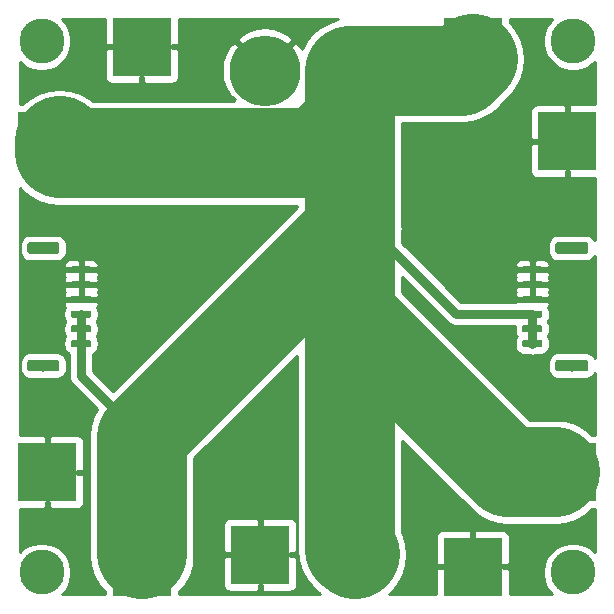
<source format=gbr>
G04 #@! TF.GenerationSoftware,KiCad,Pcbnew,(5.1.4-0-10_14)*
G04 #@! TF.CreationDate,2021-01-04T23:19:36-07:00*
G04 #@! TF.ProjectId,Power,506f7765-722e-46b6-9963-61645f706362,rev?*
G04 #@! TF.SameCoordinates,Original*
G04 #@! TF.FileFunction,Copper,L1,Top*
G04 #@! TF.FilePolarity,Positive*
%FSLAX46Y46*%
G04 Gerber Fmt 4.6, Leading zero omitted, Abs format (unit mm)*
G04 Created by KiCad (PCBNEW (5.1.4-0-10_14)) date 2021-01-04 23:19:36*
%MOMM*%
%LPD*%
G04 APERTURE LIST*
%ADD10C,0.800000*%
%ADD11R,5.000000X5.000000*%
%ADD12C,3.800000*%
%ADD13C,0.100000*%
%ADD14C,1.000000*%
%ADD15C,0.600000*%
%ADD16C,6.000000*%
%ADD17C,7.620000*%
%ADD18C,0.762000*%
%ADD19C,0.254000*%
G04 APERTURE END LIST*
D10*
X162500000Y-51500000D03*
X162500000Y-53000000D03*
X162500000Y-54500000D03*
X161000000Y-54500000D03*
X161000000Y-53000000D03*
X161000000Y-51500000D03*
X159500000Y-51500000D03*
X159500000Y-53000000D03*
X159500000Y-54500000D03*
X154500000Y-62500000D03*
X153000000Y-62500000D03*
X153000000Y-61000000D03*
X154500000Y-61000000D03*
X154500000Y-59500000D03*
X153000000Y-59500000D03*
X151500000Y-59500000D03*
X151500000Y-61000000D03*
X151500000Y-62500000D03*
D11*
X153000000Y-61000000D03*
X161000000Y-53000000D03*
D10*
X151500000Y-87500000D03*
X153000000Y-87500000D03*
X154500000Y-87500000D03*
X154500000Y-89000000D03*
X153000000Y-89000000D03*
X151500000Y-89000000D03*
X151500000Y-90500000D03*
X153000000Y-90500000D03*
X154500000Y-90500000D03*
X162500000Y-95500000D03*
X162500000Y-97000000D03*
X161000000Y-97000000D03*
X161000000Y-95500000D03*
X159500000Y-95500000D03*
X159500000Y-97000000D03*
X159500000Y-98500000D03*
X161000000Y-98500000D03*
X162500000Y-98500000D03*
D11*
X161000000Y-97000000D03*
X153000000Y-89000000D03*
D10*
X187500000Y-98500000D03*
X187500000Y-97000000D03*
X187500000Y-95500000D03*
X189000000Y-95500000D03*
X189000000Y-97000000D03*
X189000000Y-98500000D03*
X190500000Y-98500000D03*
X190500000Y-97000000D03*
X190500000Y-95500000D03*
X195500000Y-87500000D03*
X197000000Y-87500000D03*
X197000000Y-89000000D03*
X195500000Y-89000000D03*
X195500000Y-90500000D03*
X197000000Y-90500000D03*
X198500000Y-90500000D03*
X198500000Y-89000000D03*
X198500000Y-87500000D03*
D11*
X197000000Y-89000000D03*
X189000000Y-97000000D03*
D10*
X198500000Y-62500000D03*
X197000000Y-62500000D03*
X195500000Y-62500000D03*
X195500000Y-61000000D03*
X197000000Y-61000000D03*
X198500000Y-61000000D03*
X198500000Y-59500000D03*
X197000000Y-59500000D03*
X195500000Y-59500000D03*
X187500000Y-54500000D03*
X187500000Y-53000000D03*
X189000000Y-53000000D03*
X189000000Y-54500000D03*
X190500000Y-54500000D03*
X190500000Y-53000000D03*
X190500000Y-51500000D03*
X189000000Y-51500000D03*
X187500000Y-51500000D03*
D11*
X189000000Y-53000000D03*
X197000000Y-61000000D03*
D12*
X197500000Y-52500000D03*
X197500000Y-97500000D03*
X152500000Y-52500000D03*
X152500000Y-97500000D03*
D13*
G36*
X153774504Y-79476204D02*
G01*
X153798773Y-79479804D01*
X153822571Y-79485765D01*
X153845671Y-79494030D01*
X153867849Y-79504520D01*
X153888893Y-79517133D01*
X153908598Y-79531747D01*
X153926777Y-79548223D01*
X153943253Y-79566402D01*
X153957867Y-79586107D01*
X153970480Y-79607151D01*
X153980970Y-79629329D01*
X153989235Y-79652429D01*
X153995196Y-79676227D01*
X153998796Y-79700496D01*
X154000000Y-79725000D01*
X154000000Y-80225000D01*
X153998796Y-80249504D01*
X153995196Y-80273773D01*
X153989235Y-80297571D01*
X153980970Y-80320671D01*
X153970480Y-80342849D01*
X153957867Y-80363893D01*
X153943253Y-80383598D01*
X153926777Y-80401777D01*
X153908598Y-80418253D01*
X153888893Y-80432867D01*
X153867849Y-80445480D01*
X153845671Y-80455970D01*
X153822571Y-80464235D01*
X153798773Y-80470196D01*
X153774504Y-80473796D01*
X153750000Y-80475000D01*
X151550000Y-80475000D01*
X151525496Y-80473796D01*
X151501227Y-80470196D01*
X151477429Y-80464235D01*
X151454329Y-80455970D01*
X151432151Y-80445480D01*
X151411107Y-80432867D01*
X151391402Y-80418253D01*
X151373223Y-80401777D01*
X151356747Y-80383598D01*
X151342133Y-80363893D01*
X151329520Y-80342849D01*
X151319030Y-80320671D01*
X151310765Y-80297571D01*
X151304804Y-80273773D01*
X151301204Y-80249504D01*
X151300000Y-80225000D01*
X151300000Y-79725000D01*
X151301204Y-79700496D01*
X151304804Y-79676227D01*
X151310765Y-79652429D01*
X151319030Y-79629329D01*
X151329520Y-79607151D01*
X151342133Y-79586107D01*
X151356747Y-79566402D01*
X151373223Y-79548223D01*
X151391402Y-79531747D01*
X151411107Y-79517133D01*
X151432151Y-79504520D01*
X151454329Y-79494030D01*
X151477429Y-79485765D01*
X151501227Y-79479804D01*
X151525496Y-79476204D01*
X151550000Y-79475000D01*
X153750000Y-79475000D01*
X153774504Y-79476204D01*
X153774504Y-79476204D01*
G37*
D14*
X152650000Y-79975000D03*
D13*
G36*
X153774504Y-69526204D02*
G01*
X153798773Y-69529804D01*
X153822571Y-69535765D01*
X153845671Y-69544030D01*
X153867849Y-69554520D01*
X153888893Y-69567133D01*
X153908598Y-69581747D01*
X153926777Y-69598223D01*
X153943253Y-69616402D01*
X153957867Y-69636107D01*
X153970480Y-69657151D01*
X153980970Y-69679329D01*
X153989235Y-69702429D01*
X153995196Y-69726227D01*
X153998796Y-69750496D01*
X154000000Y-69775000D01*
X154000000Y-70275000D01*
X153998796Y-70299504D01*
X153995196Y-70323773D01*
X153989235Y-70347571D01*
X153980970Y-70370671D01*
X153970480Y-70392849D01*
X153957867Y-70413893D01*
X153943253Y-70433598D01*
X153926777Y-70451777D01*
X153908598Y-70468253D01*
X153888893Y-70482867D01*
X153867849Y-70495480D01*
X153845671Y-70505970D01*
X153822571Y-70514235D01*
X153798773Y-70520196D01*
X153774504Y-70523796D01*
X153750000Y-70525000D01*
X151550000Y-70525000D01*
X151525496Y-70523796D01*
X151501227Y-70520196D01*
X151477429Y-70514235D01*
X151454329Y-70505970D01*
X151432151Y-70495480D01*
X151411107Y-70482867D01*
X151391402Y-70468253D01*
X151373223Y-70451777D01*
X151356747Y-70433598D01*
X151342133Y-70413893D01*
X151329520Y-70392849D01*
X151319030Y-70370671D01*
X151310765Y-70347571D01*
X151304804Y-70323773D01*
X151301204Y-70299504D01*
X151300000Y-70275000D01*
X151300000Y-69775000D01*
X151301204Y-69750496D01*
X151304804Y-69726227D01*
X151310765Y-69702429D01*
X151319030Y-69679329D01*
X151329520Y-69657151D01*
X151342133Y-69636107D01*
X151356747Y-69616402D01*
X151373223Y-69598223D01*
X151391402Y-69581747D01*
X151411107Y-69567133D01*
X151432151Y-69554520D01*
X151454329Y-69544030D01*
X151477429Y-69535765D01*
X151501227Y-69529804D01*
X151525496Y-69526204D01*
X151550000Y-69525000D01*
X153750000Y-69525000D01*
X153774504Y-69526204D01*
X153774504Y-69526204D01*
G37*
D14*
X152650000Y-70025000D03*
D13*
G36*
X156564703Y-77825722D02*
G01*
X156579264Y-77827882D01*
X156593543Y-77831459D01*
X156607403Y-77836418D01*
X156620710Y-77842712D01*
X156633336Y-77850280D01*
X156645159Y-77859048D01*
X156656066Y-77868934D01*
X156665952Y-77879841D01*
X156674720Y-77891664D01*
X156682288Y-77904290D01*
X156688582Y-77917597D01*
X156693541Y-77931457D01*
X156697118Y-77945736D01*
X156699278Y-77960297D01*
X156700000Y-77975000D01*
X156700000Y-78275000D01*
X156699278Y-78289703D01*
X156697118Y-78304264D01*
X156693541Y-78318543D01*
X156688582Y-78332403D01*
X156682288Y-78345710D01*
X156674720Y-78358336D01*
X156665952Y-78370159D01*
X156656066Y-78381066D01*
X156645159Y-78390952D01*
X156633336Y-78399720D01*
X156620710Y-78407288D01*
X156607403Y-78413582D01*
X156593543Y-78418541D01*
X156579264Y-78422118D01*
X156564703Y-78424278D01*
X156550000Y-78425000D01*
X155150000Y-78425000D01*
X155135297Y-78424278D01*
X155120736Y-78422118D01*
X155106457Y-78418541D01*
X155092597Y-78413582D01*
X155079290Y-78407288D01*
X155066664Y-78399720D01*
X155054841Y-78390952D01*
X155043934Y-78381066D01*
X155034048Y-78370159D01*
X155025280Y-78358336D01*
X155017712Y-78345710D01*
X155011418Y-78332403D01*
X155006459Y-78318543D01*
X155002882Y-78304264D01*
X155000722Y-78289703D01*
X155000000Y-78275000D01*
X155000000Y-77975000D01*
X155000722Y-77960297D01*
X155002882Y-77945736D01*
X155006459Y-77931457D01*
X155011418Y-77917597D01*
X155017712Y-77904290D01*
X155025280Y-77891664D01*
X155034048Y-77879841D01*
X155043934Y-77868934D01*
X155054841Y-77859048D01*
X155066664Y-77850280D01*
X155079290Y-77842712D01*
X155092597Y-77836418D01*
X155106457Y-77831459D01*
X155120736Y-77827882D01*
X155135297Y-77825722D01*
X155150000Y-77825000D01*
X156550000Y-77825000D01*
X156564703Y-77825722D01*
X156564703Y-77825722D01*
G37*
D15*
X155850000Y-78125000D03*
D13*
G36*
X156564703Y-76575722D02*
G01*
X156579264Y-76577882D01*
X156593543Y-76581459D01*
X156607403Y-76586418D01*
X156620710Y-76592712D01*
X156633336Y-76600280D01*
X156645159Y-76609048D01*
X156656066Y-76618934D01*
X156665952Y-76629841D01*
X156674720Y-76641664D01*
X156682288Y-76654290D01*
X156688582Y-76667597D01*
X156693541Y-76681457D01*
X156697118Y-76695736D01*
X156699278Y-76710297D01*
X156700000Y-76725000D01*
X156700000Y-77025000D01*
X156699278Y-77039703D01*
X156697118Y-77054264D01*
X156693541Y-77068543D01*
X156688582Y-77082403D01*
X156682288Y-77095710D01*
X156674720Y-77108336D01*
X156665952Y-77120159D01*
X156656066Y-77131066D01*
X156645159Y-77140952D01*
X156633336Y-77149720D01*
X156620710Y-77157288D01*
X156607403Y-77163582D01*
X156593543Y-77168541D01*
X156579264Y-77172118D01*
X156564703Y-77174278D01*
X156550000Y-77175000D01*
X155150000Y-77175000D01*
X155135297Y-77174278D01*
X155120736Y-77172118D01*
X155106457Y-77168541D01*
X155092597Y-77163582D01*
X155079290Y-77157288D01*
X155066664Y-77149720D01*
X155054841Y-77140952D01*
X155043934Y-77131066D01*
X155034048Y-77120159D01*
X155025280Y-77108336D01*
X155017712Y-77095710D01*
X155011418Y-77082403D01*
X155006459Y-77068543D01*
X155002882Y-77054264D01*
X155000722Y-77039703D01*
X155000000Y-77025000D01*
X155000000Y-76725000D01*
X155000722Y-76710297D01*
X155002882Y-76695736D01*
X155006459Y-76681457D01*
X155011418Y-76667597D01*
X155017712Y-76654290D01*
X155025280Y-76641664D01*
X155034048Y-76629841D01*
X155043934Y-76618934D01*
X155054841Y-76609048D01*
X155066664Y-76600280D01*
X155079290Y-76592712D01*
X155092597Y-76586418D01*
X155106457Y-76581459D01*
X155120736Y-76577882D01*
X155135297Y-76575722D01*
X155150000Y-76575000D01*
X156550000Y-76575000D01*
X156564703Y-76575722D01*
X156564703Y-76575722D01*
G37*
D15*
X155850000Y-76875000D03*
D13*
G36*
X156564703Y-75325722D02*
G01*
X156579264Y-75327882D01*
X156593543Y-75331459D01*
X156607403Y-75336418D01*
X156620710Y-75342712D01*
X156633336Y-75350280D01*
X156645159Y-75359048D01*
X156656066Y-75368934D01*
X156665952Y-75379841D01*
X156674720Y-75391664D01*
X156682288Y-75404290D01*
X156688582Y-75417597D01*
X156693541Y-75431457D01*
X156697118Y-75445736D01*
X156699278Y-75460297D01*
X156700000Y-75475000D01*
X156700000Y-75775000D01*
X156699278Y-75789703D01*
X156697118Y-75804264D01*
X156693541Y-75818543D01*
X156688582Y-75832403D01*
X156682288Y-75845710D01*
X156674720Y-75858336D01*
X156665952Y-75870159D01*
X156656066Y-75881066D01*
X156645159Y-75890952D01*
X156633336Y-75899720D01*
X156620710Y-75907288D01*
X156607403Y-75913582D01*
X156593543Y-75918541D01*
X156579264Y-75922118D01*
X156564703Y-75924278D01*
X156550000Y-75925000D01*
X155150000Y-75925000D01*
X155135297Y-75924278D01*
X155120736Y-75922118D01*
X155106457Y-75918541D01*
X155092597Y-75913582D01*
X155079290Y-75907288D01*
X155066664Y-75899720D01*
X155054841Y-75890952D01*
X155043934Y-75881066D01*
X155034048Y-75870159D01*
X155025280Y-75858336D01*
X155017712Y-75845710D01*
X155011418Y-75832403D01*
X155006459Y-75818543D01*
X155002882Y-75804264D01*
X155000722Y-75789703D01*
X155000000Y-75775000D01*
X155000000Y-75475000D01*
X155000722Y-75460297D01*
X155002882Y-75445736D01*
X155006459Y-75431457D01*
X155011418Y-75417597D01*
X155017712Y-75404290D01*
X155025280Y-75391664D01*
X155034048Y-75379841D01*
X155043934Y-75368934D01*
X155054841Y-75359048D01*
X155066664Y-75350280D01*
X155079290Y-75342712D01*
X155092597Y-75336418D01*
X155106457Y-75331459D01*
X155120736Y-75327882D01*
X155135297Y-75325722D01*
X155150000Y-75325000D01*
X156550000Y-75325000D01*
X156564703Y-75325722D01*
X156564703Y-75325722D01*
G37*
D15*
X155850000Y-75625000D03*
D13*
G36*
X156564703Y-74075722D02*
G01*
X156579264Y-74077882D01*
X156593543Y-74081459D01*
X156607403Y-74086418D01*
X156620710Y-74092712D01*
X156633336Y-74100280D01*
X156645159Y-74109048D01*
X156656066Y-74118934D01*
X156665952Y-74129841D01*
X156674720Y-74141664D01*
X156682288Y-74154290D01*
X156688582Y-74167597D01*
X156693541Y-74181457D01*
X156697118Y-74195736D01*
X156699278Y-74210297D01*
X156700000Y-74225000D01*
X156700000Y-74525000D01*
X156699278Y-74539703D01*
X156697118Y-74554264D01*
X156693541Y-74568543D01*
X156688582Y-74582403D01*
X156682288Y-74595710D01*
X156674720Y-74608336D01*
X156665952Y-74620159D01*
X156656066Y-74631066D01*
X156645159Y-74640952D01*
X156633336Y-74649720D01*
X156620710Y-74657288D01*
X156607403Y-74663582D01*
X156593543Y-74668541D01*
X156579264Y-74672118D01*
X156564703Y-74674278D01*
X156550000Y-74675000D01*
X155150000Y-74675000D01*
X155135297Y-74674278D01*
X155120736Y-74672118D01*
X155106457Y-74668541D01*
X155092597Y-74663582D01*
X155079290Y-74657288D01*
X155066664Y-74649720D01*
X155054841Y-74640952D01*
X155043934Y-74631066D01*
X155034048Y-74620159D01*
X155025280Y-74608336D01*
X155017712Y-74595710D01*
X155011418Y-74582403D01*
X155006459Y-74568543D01*
X155002882Y-74554264D01*
X155000722Y-74539703D01*
X155000000Y-74525000D01*
X155000000Y-74225000D01*
X155000722Y-74210297D01*
X155002882Y-74195736D01*
X155006459Y-74181457D01*
X155011418Y-74167597D01*
X155017712Y-74154290D01*
X155025280Y-74141664D01*
X155034048Y-74129841D01*
X155043934Y-74118934D01*
X155054841Y-74109048D01*
X155066664Y-74100280D01*
X155079290Y-74092712D01*
X155092597Y-74086418D01*
X155106457Y-74081459D01*
X155120736Y-74077882D01*
X155135297Y-74075722D01*
X155150000Y-74075000D01*
X156550000Y-74075000D01*
X156564703Y-74075722D01*
X156564703Y-74075722D01*
G37*
D15*
X155850000Y-74375000D03*
D13*
G36*
X156564703Y-72825722D02*
G01*
X156579264Y-72827882D01*
X156593543Y-72831459D01*
X156607403Y-72836418D01*
X156620710Y-72842712D01*
X156633336Y-72850280D01*
X156645159Y-72859048D01*
X156656066Y-72868934D01*
X156665952Y-72879841D01*
X156674720Y-72891664D01*
X156682288Y-72904290D01*
X156688582Y-72917597D01*
X156693541Y-72931457D01*
X156697118Y-72945736D01*
X156699278Y-72960297D01*
X156700000Y-72975000D01*
X156700000Y-73275000D01*
X156699278Y-73289703D01*
X156697118Y-73304264D01*
X156693541Y-73318543D01*
X156688582Y-73332403D01*
X156682288Y-73345710D01*
X156674720Y-73358336D01*
X156665952Y-73370159D01*
X156656066Y-73381066D01*
X156645159Y-73390952D01*
X156633336Y-73399720D01*
X156620710Y-73407288D01*
X156607403Y-73413582D01*
X156593543Y-73418541D01*
X156579264Y-73422118D01*
X156564703Y-73424278D01*
X156550000Y-73425000D01*
X155150000Y-73425000D01*
X155135297Y-73424278D01*
X155120736Y-73422118D01*
X155106457Y-73418541D01*
X155092597Y-73413582D01*
X155079290Y-73407288D01*
X155066664Y-73399720D01*
X155054841Y-73390952D01*
X155043934Y-73381066D01*
X155034048Y-73370159D01*
X155025280Y-73358336D01*
X155017712Y-73345710D01*
X155011418Y-73332403D01*
X155006459Y-73318543D01*
X155002882Y-73304264D01*
X155000722Y-73289703D01*
X155000000Y-73275000D01*
X155000000Y-72975000D01*
X155000722Y-72960297D01*
X155002882Y-72945736D01*
X155006459Y-72931457D01*
X155011418Y-72917597D01*
X155017712Y-72904290D01*
X155025280Y-72891664D01*
X155034048Y-72879841D01*
X155043934Y-72868934D01*
X155054841Y-72859048D01*
X155066664Y-72850280D01*
X155079290Y-72842712D01*
X155092597Y-72836418D01*
X155106457Y-72831459D01*
X155120736Y-72827882D01*
X155135297Y-72825722D01*
X155150000Y-72825000D01*
X156550000Y-72825000D01*
X156564703Y-72825722D01*
X156564703Y-72825722D01*
G37*
D15*
X155850000Y-73125000D03*
D13*
G36*
X156564703Y-71575722D02*
G01*
X156579264Y-71577882D01*
X156593543Y-71581459D01*
X156607403Y-71586418D01*
X156620710Y-71592712D01*
X156633336Y-71600280D01*
X156645159Y-71609048D01*
X156656066Y-71618934D01*
X156665952Y-71629841D01*
X156674720Y-71641664D01*
X156682288Y-71654290D01*
X156688582Y-71667597D01*
X156693541Y-71681457D01*
X156697118Y-71695736D01*
X156699278Y-71710297D01*
X156700000Y-71725000D01*
X156700000Y-72025000D01*
X156699278Y-72039703D01*
X156697118Y-72054264D01*
X156693541Y-72068543D01*
X156688582Y-72082403D01*
X156682288Y-72095710D01*
X156674720Y-72108336D01*
X156665952Y-72120159D01*
X156656066Y-72131066D01*
X156645159Y-72140952D01*
X156633336Y-72149720D01*
X156620710Y-72157288D01*
X156607403Y-72163582D01*
X156593543Y-72168541D01*
X156579264Y-72172118D01*
X156564703Y-72174278D01*
X156550000Y-72175000D01*
X155150000Y-72175000D01*
X155135297Y-72174278D01*
X155120736Y-72172118D01*
X155106457Y-72168541D01*
X155092597Y-72163582D01*
X155079290Y-72157288D01*
X155066664Y-72149720D01*
X155054841Y-72140952D01*
X155043934Y-72131066D01*
X155034048Y-72120159D01*
X155025280Y-72108336D01*
X155017712Y-72095710D01*
X155011418Y-72082403D01*
X155006459Y-72068543D01*
X155002882Y-72054264D01*
X155000722Y-72039703D01*
X155000000Y-72025000D01*
X155000000Y-71725000D01*
X155000722Y-71710297D01*
X155002882Y-71695736D01*
X155006459Y-71681457D01*
X155011418Y-71667597D01*
X155017712Y-71654290D01*
X155025280Y-71641664D01*
X155034048Y-71629841D01*
X155043934Y-71618934D01*
X155054841Y-71609048D01*
X155066664Y-71600280D01*
X155079290Y-71592712D01*
X155092597Y-71586418D01*
X155106457Y-71581459D01*
X155120736Y-71577882D01*
X155135297Y-71575722D01*
X155150000Y-71575000D01*
X156550000Y-71575000D01*
X156564703Y-71575722D01*
X156564703Y-71575722D01*
G37*
D15*
X155850000Y-71875000D03*
D11*
X179000000Y-96000000D03*
D10*
X179000000Y-94500000D03*
X179000000Y-96000000D03*
D11*
X171000000Y-96000000D03*
D10*
X180500000Y-96000000D03*
X180500000Y-94500000D03*
X180500000Y-97500000D03*
X179000000Y-97500000D03*
X177500000Y-97500000D03*
X172500000Y-97500000D03*
X171000000Y-97500000D03*
X169500000Y-97500000D03*
X169500000Y-96000000D03*
X171000000Y-96000000D03*
X172500000Y-96000000D03*
X172500000Y-94500000D03*
X171000000Y-94500000D03*
X169500000Y-94500000D03*
X177500000Y-96000000D03*
X177500000Y-94500000D03*
D16*
X178600000Y-55000000D03*
X171400000Y-55000000D03*
D13*
G36*
X198574504Y-79476204D02*
G01*
X198598773Y-79479804D01*
X198622571Y-79485765D01*
X198645671Y-79494030D01*
X198667849Y-79504520D01*
X198688893Y-79517133D01*
X198708598Y-79531747D01*
X198726777Y-79548223D01*
X198743253Y-79566402D01*
X198757867Y-79586107D01*
X198770480Y-79607151D01*
X198780970Y-79629329D01*
X198789235Y-79652429D01*
X198795196Y-79676227D01*
X198798796Y-79700496D01*
X198800000Y-79725000D01*
X198800000Y-80225000D01*
X198798796Y-80249504D01*
X198795196Y-80273773D01*
X198789235Y-80297571D01*
X198780970Y-80320671D01*
X198770480Y-80342849D01*
X198757867Y-80363893D01*
X198743253Y-80383598D01*
X198726777Y-80401777D01*
X198708598Y-80418253D01*
X198688893Y-80432867D01*
X198667849Y-80445480D01*
X198645671Y-80455970D01*
X198622571Y-80464235D01*
X198598773Y-80470196D01*
X198574504Y-80473796D01*
X198550000Y-80475000D01*
X196250000Y-80475000D01*
X196225496Y-80473796D01*
X196201227Y-80470196D01*
X196177429Y-80464235D01*
X196154329Y-80455970D01*
X196132151Y-80445480D01*
X196111107Y-80432867D01*
X196091402Y-80418253D01*
X196073223Y-80401777D01*
X196056747Y-80383598D01*
X196042133Y-80363893D01*
X196029520Y-80342849D01*
X196019030Y-80320671D01*
X196010765Y-80297571D01*
X196004804Y-80273773D01*
X196001204Y-80249504D01*
X196000000Y-80225000D01*
X196000000Y-79725000D01*
X196001204Y-79700496D01*
X196004804Y-79676227D01*
X196010765Y-79652429D01*
X196019030Y-79629329D01*
X196029520Y-79607151D01*
X196042133Y-79586107D01*
X196056747Y-79566402D01*
X196073223Y-79548223D01*
X196091402Y-79531747D01*
X196111107Y-79517133D01*
X196132151Y-79504520D01*
X196154329Y-79494030D01*
X196177429Y-79485765D01*
X196201227Y-79479804D01*
X196225496Y-79476204D01*
X196250000Y-79475000D01*
X198550000Y-79475000D01*
X198574504Y-79476204D01*
X198574504Y-79476204D01*
G37*
D14*
X197400000Y-79975000D03*
D13*
G36*
X198574504Y-69526204D02*
G01*
X198598773Y-69529804D01*
X198622571Y-69535765D01*
X198645671Y-69544030D01*
X198667849Y-69554520D01*
X198688893Y-69567133D01*
X198708598Y-69581747D01*
X198726777Y-69598223D01*
X198743253Y-69616402D01*
X198757867Y-69636107D01*
X198770480Y-69657151D01*
X198780970Y-69679329D01*
X198789235Y-69702429D01*
X198795196Y-69726227D01*
X198798796Y-69750496D01*
X198800000Y-69775000D01*
X198800000Y-70275000D01*
X198798796Y-70299504D01*
X198795196Y-70323773D01*
X198789235Y-70347571D01*
X198780970Y-70370671D01*
X198770480Y-70392849D01*
X198757867Y-70413893D01*
X198743253Y-70433598D01*
X198726777Y-70451777D01*
X198708598Y-70468253D01*
X198688893Y-70482867D01*
X198667849Y-70495480D01*
X198645671Y-70505970D01*
X198622571Y-70514235D01*
X198598773Y-70520196D01*
X198574504Y-70523796D01*
X198550000Y-70525000D01*
X196250000Y-70525000D01*
X196225496Y-70523796D01*
X196201227Y-70520196D01*
X196177429Y-70514235D01*
X196154329Y-70505970D01*
X196132151Y-70495480D01*
X196111107Y-70482867D01*
X196091402Y-70468253D01*
X196073223Y-70451777D01*
X196056747Y-70433598D01*
X196042133Y-70413893D01*
X196029520Y-70392849D01*
X196019030Y-70370671D01*
X196010765Y-70347571D01*
X196004804Y-70323773D01*
X196001204Y-70299504D01*
X196000000Y-70275000D01*
X196000000Y-69775000D01*
X196001204Y-69750496D01*
X196004804Y-69726227D01*
X196010765Y-69702429D01*
X196019030Y-69679329D01*
X196029520Y-69657151D01*
X196042133Y-69636107D01*
X196056747Y-69616402D01*
X196073223Y-69598223D01*
X196091402Y-69581747D01*
X196111107Y-69567133D01*
X196132151Y-69554520D01*
X196154329Y-69544030D01*
X196177429Y-69535765D01*
X196201227Y-69529804D01*
X196225496Y-69526204D01*
X196250000Y-69525000D01*
X198550000Y-69525000D01*
X198574504Y-69526204D01*
X198574504Y-69526204D01*
G37*
D14*
X197400000Y-70025000D03*
D13*
G36*
X194764703Y-77825722D02*
G01*
X194779264Y-77827882D01*
X194793543Y-77831459D01*
X194807403Y-77836418D01*
X194820710Y-77842712D01*
X194833336Y-77850280D01*
X194845159Y-77859048D01*
X194856066Y-77868934D01*
X194865952Y-77879841D01*
X194874720Y-77891664D01*
X194882288Y-77904290D01*
X194888582Y-77917597D01*
X194893541Y-77931457D01*
X194897118Y-77945736D01*
X194899278Y-77960297D01*
X194900000Y-77975000D01*
X194900000Y-78275000D01*
X194899278Y-78289703D01*
X194897118Y-78304264D01*
X194893541Y-78318543D01*
X194888582Y-78332403D01*
X194882288Y-78345710D01*
X194874720Y-78358336D01*
X194865952Y-78370159D01*
X194856066Y-78381066D01*
X194845159Y-78390952D01*
X194833336Y-78399720D01*
X194820710Y-78407288D01*
X194807403Y-78413582D01*
X194793543Y-78418541D01*
X194779264Y-78422118D01*
X194764703Y-78424278D01*
X194750000Y-78425000D01*
X193350000Y-78425000D01*
X193335297Y-78424278D01*
X193320736Y-78422118D01*
X193306457Y-78418541D01*
X193292597Y-78413582D01*
X193279290Y-78407288D01*
X193266664Y-78399720D01*
X193254841Y-78390952D01*
X193243934Y-78381066D01*
X193234048Y-78370159D01*
X193225280Y-78358336D01*
X193217712Y-78345710D01*
X193211418Y-78332403D01*
X193206459Y-78318543D01*
X193202882Y-78304264D01*
X193200722Y-78289703D01*
X193200000Y-78275000D01*
X193200000Y-77975000D01*
X193200722Y-77960297D01*
X193202882Y-77945736D01*
X193206459Y-77931457D01*
X193211418Y-77917597D01*
X193217712Y-77904290D01*
X193225280Y-77891664D01*
X193234048Y-77879841D01*
X193243934Y-77868934D01*
X193254841Y-77859048D01*
X193266664Y-77850280D01*
X193279290Y-77842712D01*
X193292597Y-77836418D01*
X193306457Y-77831459D01*
X193320736Y-77827882D01*
X193335297Y-77825722D01*
X193350000Y-77825000D01*
X194750000Y-77825000D01*
X194764703Y-77825722D01*
X194764703Y-77825722D01*
G37*
D15*
X194050000Y-78125000D03*
D13*
G36*
X194764703Y-76575722D02*
G01*
X194779264Y-76577882D01*
X194793543Y-76581459D01*
X194807403Y-76586418D01*
X194820710Y-76592712D01*
X194833336Y-76600280D01*
X194845159Y-76609048D01*
X194856066Y-76618934D01*
X194865952Y-76629841D01*
X194874720Y-76641664D01*
X194882288Y-76654290D01*
X194888582Y-76667597D01*
X194893541Y-76681457D01*
X194897118Y-76695736D01*
X194899278Y-76710297D01*
X194900000Y-76725000D01*
X194900000Y-77025000D01*
X194899278Y-77039703D01*
X194897118Y-77054264D01*
X194893541Y-77068543D01*
X194888582Y-77082403D01*
X194882288Y-77095710D01*
X194874720Y-77108336D01*
X194865952Y-77120159D01*
X194856066Y-77131066D01*
X194845159Y-77140952D01*
X194833336Y-77149720D01*
X194820710Y-77157288D01*
X194807403Y-77163582D01*
X194793543Y-77168541D01*
X194779264Y-77172118D01*
X194764703Y-77174278D01*
X194750000Y-77175000D01*
X193350000Y-77175000D01*
X193335297Y-77174278D01*
X193320736Y-77172118D01*
X193306457Y-77168541D01*
X193292597Y-77163582D01*
X193279290Y-77157288D01*
X193266664Y-77149720D01*
X193254841Y-77140952D01*
X193243934Y-77131066D01*
X193234048Y-77120159D01*
X193225280Y-77108336D01*
X193217712Y-77095710D01*
X193211418Y-77082403D01*
X193206459Y-77068543D01*
X193202882Y-77054264D01*
X193200722Y-77039703D01*
X193200000Y-77025000D01*
X193200000Y-76725000D01*
X193200722Y-76710297D01*
X193202882Y-76695736D01*
X193206459Y-76681457D01*
X193211418Y-76667597D01*
X193217712Y-76654290D01*
X193225280Y-76641664D01*
X193234048Y-76629841D01*
X193243934Y-76618934D01*
X193254841Y-76609048D01*
X193266664Y-76600280D01*
X193279290Y-76592712D01*
X193292597Y-76586418D01*
X193306457Y-76581459D01*
X193320736Y-76577882D01*
X193335297Y-76575722D01*
X193350000Y-76575000D01*
X194750000Y-76575000D01*
X194764703Y-76575722D01*
X194764703Y-76575722D01*
G37*
D15*
X194050000Y-76875000D03*
D13*
G36*
X194764703Y-75325722D02*
G01*
X194779264Y-75327882D01*
X194793543Y-75331459D01*
X194807403Y-75336418D01*
X194820710Y-75342712D01*
X194833336Y-75350280D01*
X194845159Y-75359048D01*
X194856066Y-75368934D01*
X194865952Y-75379841D01*
X194874720Y-75391664D01*
X194882288Y-75404290D01*
X194888582Y-75417597D01*
X194893541Y-75431457D01*
X194897118Y-75445736D01*
X194899278Y-75460297D01*
X194900000Y-75475000D01*
X194900000Y-75775000D01*
X194899278Y-75789703D01*
X194897118Y-75804264D01*
X194893541Y-75818543D01*
X194888582Y-75832403D01*
X194882288Y-75845710D01*
X194874720Y-75858336D01*
X194865952Y-75870159D01*
X194856066Y-75881066D01*
X194845159Y-75890952D01*
X194833336Y-75899720D01*
X194820710Y-75907288D01*
X194807403Y-75913582D01*
X194793543Y-75918541D01*
X194779264Y-75922118D01*
X194764703Y-75924278D01*
X194750000Y-75925000D01*
X193350000Y-75925000D01*
X193335297Y-75924278D01*
X193320736Y-75922118D01*
X193306457Y-75918541D01*
X193292597Y-75913582D01*
X193279290Y-75907288D01*
X193266664Y-75899720D01*
X193254841Y-75890952D01*
X193243934Y-75881066D01*
X193234048Y-75870159D01*
X193225280Y-75858336D01*
X193217712Y-75845710D01*
X193211418Y-75832403D01*
X193206459Y-75818543D01*
X193202882Y-75804264D01*
X193200722Y-75789703D01*
X193200000Y-75775000D01*
X193200000Y-75475000D01*
X193200722Y-75460297D01*
X193202882Y-75445736D01*
X193206459Y-75431457D01*
X193211418Y-75417597D01*
X193217712Y-75404290D01*
X193225280Y-75391664D01*
X193234048Y-75379841D01*
X193243934Y-75368934D01*
X193254841Y-75359048D01*
X193266664Y-75350280D01*
X193279290Y-75342712D01*
X193292597Y-75336418D01*
X193306457Y-75331459D01*
X193320736Y-75327882D01*
X193335297Y-75325722D01*
X193350000Y-75325000D01*
X194750000Y-75325000D01*
X194764703Y-75325722D01*
X194764703Y-75325722D01*
G37*
D15*
X194050000Y-75625000D03*
D13*
G36*
X194764703Y-74075722D02*
G01*
X194779264Y-74077882D01*
X194793543Y-74081459D01*
X194807403Y-74086418D01*
X194820710Y-74092712D01*
X194833336Y-74100280D01*
X194845159Y-74109048D01*
X194856066Y-74118934D01*
X194865952Y-74129841D01*
X194874720Y-74141664D01*
X194882288Y-74154290D01*
X194888582Y-74167597D01*
X194893541Y-74181457D01*
X194897118Y-74195736D01*
X194899278Y-74210297D01*
X194900000Y-74225000D01*
X194900000Y-74525000D01*
X194899278Y-74539703D01*
X194897118Y-74554264D01*
X194893541Y-74568543D01*
X194888582Y-74582403D01*
X194882288Y-74595710D01*
X194874720Y-74608336D01*
X194865952Y-74620159D01*
X194856066Y-74631066D01*
X194845159Y-74640952D01*
X194833336Y-74649720D01*
X194820710Y-74657288D01*
X194807403Y-74663582D01*
X194793543Y-74668541D01*
X194779264Y-74672118D01*
X194764703Y-74674278D01*
X194750000Y-74675000D01*
X193350000Y-74675000D01*
X193335297Y-74674278D01*
X193320736Y-74672118D01*
X193306457Y-74668541D01*
X193292597Y-74663582D01*
X193279290Y-74657288D01*
X193266664Y-74649720D01*
X193254841Y-74640952D01*
X193243934Y-74631066D01*
X193234048Y-74620159D01*
X193225280Y-74608336D01*
X193217712Y-74595710D01*
X193211418Y-74582403D01*
X193206459Y-74568543D01*
X193202882Y-74554264D01*
X193200722Y-74539703D01*
X193200000Y-74525000D01*
X193200000Y-74225000D01*
X193200722Y-74210297D01*
X193202882Y-74195736D01*
X193206459Y-74181457D01*
X193211418Y-74167597D01*
X193217712Y-74154290D01*
X193225280Y-74141664D01*
X193234048Y-74129841D01*
X193243934Y-74118934D01*
X193254841Y-74109048D01*
X193266664Y-74100280D01*
X193279290Y-74092712D01*
X193292597Y-74086418D01*
X193306457Y-74081459D01*
X193320736Y-74077882D01*
X193335297Y-74075722D01*
X193350000Y-74075000D01*
X194750000Y-74075000D01*
X194764703Y-74075722D01*
X194764703Y-74075722D01*
G37*
D15*
X194050000Y-74375000D03*
D13*
G36*
X194764703Y-72825722D02*
G01*
X194779264Y-72827882D01*
X194793543Y-72831459D01*
X194807403Y-72836418D01*
X194820710Y-72842712D01*
X194833336Y-72850280D01*
X194845159Y-72859048D01*
X194856066Y-72868934D01*
X194865952Y-72879841D01*
X194874720Y-72891664D01*
X194882288Y-72904290D01*
X194888582Y-72917597D01*
X194893541Y-72931457D01*
X194897118Y-72945736D01*
X194899278Y-72960297D01*
X194900000Y-72975000D01*
X194900000Y-73275000D01*
X194899278Y-73289703D01*
X194897118Y-73304264D01*
X194893541Y-73318543D01*
X194888582Y-73332403D01*
X194882288Y-73345710D01*
X194874720Y-73358336D01*
X194865952Y-73370159D01*
X194856066Y-73381066D01*
X194845159Y-73390952D01*
X194833336Y-73399720D01*
X194820710Y-73407288D01*
X194807403Y-73413582D01*
X194793543Y-73418541D01*
X194779264Y-73422118D01*
X194764703Y-73424278D01*
X194750000Y-73425000D01*
X193350000Y-73425000D01*
X193335297Y-73424278D01*
X193320736Y-73422118D01*
X193306457Y-73418541D01*
X193292597Y-73413582D01*
X193279290Y-73407288D01*
X193266664Y-73399720D01*
X193254841Y-73390952D01*
X193243934Y-73381066D01*
X193234048Y-73370159D01*
X193225280Y-73358336D01*
X193217712Y-73345710D01*
X193211418Y-73332403D01*
X193206459Y-73318543D01*
X193202882Y-73304264D01*
X193200722Y-73289703D01*
X193200000Y-73275000D01*
X193200000Y-72975000D01*
X193200722Y-72960297D01*
X193202882Y-72945736D01*
X193206459Y-72931457D01*
X193211418Y-72917597D01*
X193217712Y-72904290D01*
X193225280Y-72891664D01*
X193234048Y-72879841D01*
X193243934Y-72868934D01*
X193254841Y-72859048D01*
X193266664Y-72850280D01*
X193279290Y-72842712D01*
X193292597Y-72836418D01*
X193306457Y-72831459D01*
X193320736Y-72827882D01*
X193335297Y-72825722D01*
X193350000Y-72825000D01*
X194750000Y-72825000D01*
X194764703Y-72825722D01*
X194764703Y-72825722D01*
G37*
D15*
X194050000Y-73125000D03*
D13*
G36*
X194764703Y-71575722D02*
G01*
X194779264Y-71577882D01*
X194793543Y-71581459D01*
X194807403Y-71586418D01*
X194820710Y-71592712D01*
X194833336Y-71600280D01*
X194845159Y-71609048D01*
X194856066Y-71618934D01*
X194865952Y-71629841D01*
X194874720Y-71641664D01*
X194882288Y-71654290D01*
X194888582Y-71667597D01*
X194893541Y-71681457D01*
X194897118Y-71695736D01*
X194899278Y-71710297D01*
X194900000Y-71725000D01*
X194900000Y-72025000D01*
X194899278Y-72039703D01*
X194897118Y-72054264D01*
X194893541Y-72068543D01*
X194888582Y-72082403D01*
X194882288Y-72095710D01*
X194874720Y-72108336D01*
X194865952Y-72120159D01*
X194856066Y-72131066D01*
X194845159Y-72140952D01*
X194833336Y-72149720D01*
X194820710Y-72157288D01*
X194807403Y-72163582D01*
X194793543Y-72168541D01*
X194779264Y-72172118D01*
X194764703Y-72174278D01*
X194750000Y-72175000D01*
X193350000Y-72175000D01*
X193335297Y-72174278D01*
X193320736Y-72172118D01*
X193306457Y-72168541D01*
X193292597Y-72163582D01*
X193279290Y-72157288D01*
X193266664Y-72149720D01*
X193254841Y-72140952D01*
X193243934Y-72131066D01*
X193234048Y-72120159D01*
X193225280Y-72108336D01*
X193217712Y-72095710D01*
X193211418Y-72082403D01*
X193206459Y-72068543D01*
X193202882Y-72054264D01*
X193200722Y-72039703D01*
X193200000Y-72025000D01*
X193200000Y-71725000D01*
X193200722Y-71710297D01*
X193202882Y-71695736D01*
X193206459Y-71681457D01*
X193211418Y-71667597D01*
X193217712Y-71654290D01*
X193225280Y-71641664D01*
X193234048Y-71629841D01*
X193243934Y-71618934D01*
X193254841Y-71609048D01*
X193266664Y-71600280D01*
X193279290Y-71592712D01*
X193292597Y-71586418D01*
X193306457Y-71581459D01*
X193320736Y-71577882D01*
X193335297Y-71575722D01*
X193350000Y-71575000D01*
X194750000Y-71575000D01*
X194764703Y-71575722D01*
X194764703Y-71575722D01*
G37*
D15*
X194050000Y-71875000D03*
D10*
X167000000Y-91000000D03*
X172000000Y-88000000D03*
X172000000Y-83000000D03*
X153000000Y-84000000D03*
X155000000Y-94000000D03*
X153000000Y-75000000D03*
X161000000Y-69000000D03*
X169000000Y-69000000D03*
X163000000Y-74000000D03*
X156000000Y-54000000D03*
X166000000Y-56000000D03*
X167000000Y-52000000D03*
X195000000Y-56000000D03*
X186000000Y-61000000D03*
X192000000Y-65000000D03*
X187000000Y-70000000D03*
X198000000Y-75000000D03*
X193000000Y-81000000D03*
X184000000Y-90000000D03*
X195000000Y-94000000D03*
X185000000Y-97000000D03*
D17*
X188035010Y-55000000D02*
X189000000Y-54035010D01*
X178600000Y-55000000D02*
X188035010Y-55000000D01*
X154035010Y-62010001D02*
X154035010Y-61000000D01*
X175832639Y-62010001D02*
X154035010Y-62010001D01*
X178600000Y-59242640D02*
X175832639Y-62010001D01*
X178600000Y-55000000D02*
X178600000Y-59242640D01*
X178600000Y-55000000D02*
X178600000Y-68400000D01*
X161000000Y-86000000D02*
X161000000Y-95964990D01*
X178600000Y-68400000D02*
X161000000Y-86000000D01*
X178600000Y-95564990D02*
X179000000Y-95964990D01*
X178600000Y-55000000D02*
X178600000Y-95564990D01*
X192000000Y-89000000D02*
X195964990Y-89000000D01*
X178600000Y-75600000D02*
X192000000Y-89000000D01*
D18*
X155850000Y-75625000D02*
X155850000Y-78125000D01*
X194050000Y-78125000D02*
X194050000Y-75625000D01*
X194050000Y-75625000D02*
X187625000Y-75625000D01*
D17*
X178600000Y-66600000D02*
X178600000Y-75600000D01*
D18*
X187625000Y-75625000D02*
X178600000Y-66600000D01*
D17*
X178600000Y-55000000D02*
X178600000Y-66600000D01*
D18*
X155850000Y-80850000D02*
X161000000Y-86000000D01*
X155850000Y-78125000D02*
X155850000Y-80850000D01*
D19*
G36*
X188702505Y-91988684D02*
G01*
X188841703Y-92158297D01*
X189518542Y-92713765D01*
X189818673Y-92874188D01*
X190290742Y-93126514D01*
X191128627Y-93380684D01*
X191210148Y-93388713D01*
X191781637Y-93445000D01*
X191781644Y-93445000D01*
X192000000Y-93466506D01*
X192218356Y-93445000D01*
X196183353Y-93445000D01*
X196836362Y-93380684D01*
X197674248Y-93126514D01*
X198446448Y-92713765D01*
X199123287Y-92158297D01*
X199139885Y-92138072D01*
X199340001Y-92138072D01*
X199340001Y-95754970D01*
X199115968Y-95530937D01*
X198700773Y-95253512D01*
X198239432Y-95062418D01*
X197749676Y-94965000D01*
X197250324Y-94965000D01*
X196760568Y-95062418D01*
X196299227Y-95253512D01*
X195884032Y-95530937D01*
X195530937Y-95884032D01*
X195253512Y-96299227D01*
X195062418Y-96760568D01*
X194965000Y-97250324D01*
X194965000Y-97749676D01*
X195062418Y-98239432D01*
X195253512Y-98700773D01*
X195530937Y-99115968D01*
X195754969Y-99340000D01*
X192137850Y-99340000D01*
X192135000Y-97285750D01*
X191976250Y-97127000D01*
X191531308Y-97127000D01*
X191533351Y-97117477D01*
X191536413Y-96913623D01*
X191528965Y-96873000D01*
X191976250Y-96873000D01*
X192135000Y-96714250D01*
X192138072Y-94500000D01*
X192125812Y-94375518D01*
X192089502Y-94255820D01*
X192030537Y-94145506D01*
X191951185Y-94048815D01*
X191854494Y-93969463D01*
X191744180Y-93910498D01*
X191624482Y-93874188D01*
X191500000Y-93861928D01*
X189285750Y-93865000D01*
X189127000Y-94023750D01*
X189127000Y-94468692D01*
X189117477Y-94466649D01*
X188913623Y-94463587D01*
X188873000Y-94471035D01*
X188873000Y-94023750D01*
X188714250Y-93865000D01*
X186500000Y-93861928D01*
X186375518Y-93874188D01*
X186255820Y-93910498D01*
X186145506Y-93969463D01*
X186048815Y-94048815D01*
X185969463Y-94145506D01*
X185910498Y-94255820D01*
X185874188Y-94375518D01*
X185861928Y-94500000D01*
X185865000Y-96714250D01*
X186023750Y-96873000D01*
X186468692Y-96873000D01*
X186466649Y-96882523D01*
X186463587Y-97086377D01*
X186471035Y-97127000D01*
X186023750Y-97127000D01*
X185865000Y-97285750D01*
X185862150Y-99340000D01*
X181894231Y-99340000D01*
X182158297Y-99123287D01*
X182713764Y-98446448D01*
X183126513Y-97674247D01*
X183380683Y-96836362D01*
X183466506Y-95964989D01*
X183380683Y-95093618D01*
X183126513Y-94255732D01*
X183045000Y-94103232D01*
X183045000Y-86331179D01*
X188702505Y-91988684D01*
X188702505Y-91988684D01*
G37*
X188702505Y-91988684D02*
X188841703Y-92158297D01*
X189518542Y-92713765D01*
X189818673Y-92874188D01*
X190290742Y-93126514D01*
X191128627Y-93380684D01*
X191210148Y-93388713D01*
X191781637Y-93445000D01*
X191781644Y-93445000D01*
X192000000Y-93466506D01*
X192218356Y-93445000D01*
X196183353Y-93445000D01*
X196836362Y-93380684D01*
X197674248Y-93126514D01*
X198446448Y-92713765D01*
X199123287Y-92158297D01*
X199139885Y-92138072D01*
X199340001Y-92138072D01*
X199340001Y-95754970D01*
X199115968Y-95530937D01*
X198700773Y-95253512D01*
X198239432Y-95062418D01*
X197749676Y-94965000D01*
X197250324Y-94965000D01*
X196760568Y-95062418D01*
X196299227Y-95253512D01*
X195884032Y-95530937D01*
X195530937Y-95884032D01*
X195253512Y-96299227D01*
X195062418Y-96760568D01*
X194965000Y-97250324D01*
X194965000Y-97749676D01*
X195062418Y-98239432D01*
X195253512Y-98700773D01*
X195530937Y-99115968D01*
X195754969Y-99340000D01*
X192137850Y-99340000D01*
X192135000Y-97285750D01*
X191976250Y-97127000D01*
X191531308Y-97127000D01*
X191533351Y-97117477D01*
X191536413Y-96913623D01*
X191528965Y-96873000D01*
X191976250Y-96873000D01*
X192135000Y-96714250D01*
X192138072Y-94500000D01*
X192125812Y-94375518D01*
X192089502Y-94255820D01*
X192030537Y-94145506D01*
X191951185Y-94048815D01*
X191854494Y-93969463D01*
X191744180Y-93910498D01*
X191624482Y-93874188D01*
X191500000Y-93861928D01*
X189285750Y-93865000D01*
X189127000Y-94023750D01*
X189127000Y-94468692D01*
X189117477Y-94466649D01*
X188913623Y-94463587D01*
X188873000Y-94471035D01*
X188873000Y-94023750D01*
X188714250Y-93865000D01*
X186500000Y-93861928D01*
X186375518Y-93874188D01*
X186255820Y-93910498D01*
X186145506Y-93969463D01*
X186048815Y-94048815D01*
X185969463Y-94145506D01*
X185910498Y-94255820D01*
X185874188Y-94375518D01*
X185861928Y-94500000D01*
X185865000Y-96714250D01*
X186023750Y-96873000D01*
X186468692Y-96873000D01*
X186466649Y-96882523D01*
X186463587Y-97086377D01*
X186471035Y-97127000D01*
X186023750Y-97127000D01*
X185865000Y-97285750D01*
X185862150Y-99340000D01*
X181894231Y-99340000D01*
X182158297Y-99123287D01*
X182713764Y-98446448D01*
X183126513Y-97674247D01*
X183380683Y-96836362D01*
X183466506Y-95964989D01*
X183380683Y-95093618D01*
X183126513Y-94255732D01*
X183045000Y-94103232D01*
X183045000Y-86331179D01*
X188702505Y-91988684D01*
G36*
X150876713Y-65168298D02*
G01*
X151553552Y-65723766D01*
X152325752Y-66136515D01*
X153163638Y-66390685D01*
X154035010Y-66476508D01*
X154253373Y-66455001D01*
X174155000Y-66455001D01*
X174155000Y-66558821D01*
X158575331Y-82138491D01*
X156866000Y-80429160D01*
X156866000Y-78995377D01*
X156987829Y-78930258D01*
X157107251Y-78832251D01*
X157205258Y-78712829D01*
X157278084Y-78576582D01*
X157322929Y-78428745D01*
X157338072Y-78275000D01*
X157338072Y-77975000D01*
X157322929Y-77821255D01*
X157278084Y-77673418D01*
X157205258Y-77537171D01*
X157174753Y-77500000D01*
X157205258Y-77462829D01*
X157278084Y-77326582D01*
X157322929Y-77178745D01*
X157338072Y-77025000D01*
X157338072Y-76725000D01*
X157322929Y-76571255D01*
X157278084Y-76423418D01*
X157205258Y-76287171D01*
X157174753Y-76250000D01*
X157205258Y-76212829D01*
X157278084Y-76076582D01*
X157322929Y-75928745D01*
X157338072Y-75775000D01*
X157338072Y-75475000D01*
X157322929Y-75321255D01*
X157278084Y-75173418D01*
X157212744Y-75051175D01*
X157230537Y-75029494D01*
X157289502Y-74919180D01*
X157325812Y-74799482D01*
X157338072Y-74675000D01*
X157335000Y-74660750D01*
X157176250Y-74502000D01*
X155977000Y-74502000D01*
X155977000Y-74522000D01*
X155723000Y-74522000D01*
X155723000Y-74502000D01*
X154523750Y-74502000D01*
X154365000Y-74660750D01*
X154361928Y-74675000D01*
X154374188Y-74799482D01*
X154410498Y-74919180D01*
X154469463Y-75029494D01*
X154487256Y-75051175D01*
X154421916Y-75173418D01*
X154377071Y-75321255D01*
X154361928Y-75475000D01*
X154361928Y-75775000D01*
X154377071Y-75928745D01*
X154421916Y-76076582D01*
X154494742Y-76212829D01*
X154525247Y-76250000D01*
X154494742Y-76287171D01*
X154421916Y-76423418D01*
X154377071Y-76571255D01*
X154361928Y-76725000D01*
X154361928Y-77025000D01*
X154377071Y-77178745D01*
X154421916Y-77326582D01*
X154494742Y-77462829D01*
X154525247Y-77500000D01*
X154494742Y-77537171D01*
X154421916Y-77673418D01*
X154377071Y-77821255D01*
X154361928Y-77975000D01*
X154361928Y-78275000D01*
X154377071Y-78428745D01*
X154421916Y-78576582D01*
X154494742Y-78712829D01*
X154592749Y-78832251D01*
X154712171Y-78930258D01*
X154834000Y-78995378D01*
X154834001Y-80800089D01*
X154829085Y-80850000D01*
X154848702Y-81049170D01*
X154868087Y-81113072D01*
X154906799Y-81240687D01*
X155001141Y-81417190D01*
X155128105Y-81571896D01*
X155166868Y-81603708D01*
X157214991Y-83651831D01*
X156873486Y-84290743D01*
X156619316Y-85128629D01*
X156555000Y-85781638D01*
X156555000Y-85781644D01*
X156533494Y-86000000D01*
X156555000Y-86218356D01*
X156555001Y-96183353D01*
X156619317Y-96836362D01*
X156873487Y-97674248D01*
X157286236Y-98446448D01*
X157841704Y-99123287D01*
X157861928Y-99139884D01*
X157861928Y-99340000D01*
X154245031Y-99340000D01*
X154469063Y-99115968D01*
X154746488Y-98700773D01*
X154937582Y-98239432D01*
X155035000Y-97749676D01*
X155035000Y-97250324D01*
X154937582Y-96760568D01*
X154746488Y-96299227D01*
X154469063Y-95884032D01*
X154115968Y-95530937D01*
X153700773Y-95253512D01*
X153239432Y-95062418D01*
X152749676Y-94965000D01*
X152250324Y-94965000D01*
X151760568Y-95062418D01*
X151299227Y-95253512D01*
X150884032Y-95530937D01*
X150660000Y-95754969D01*
X150660000Y-92137850D01*
X152714250Y-92135000D01*
X152873000Y-91976250D01*
X152873000Y-91531308D01*
X152882523Y-91533351D01*
X153086377Y-91536413D01*
X153127000Y-91528965D01*
X153127000Y-91976250D01*
X153285750Y-92135000D01*
X155500000Y-92138072D01*
X155624482Y-92125812D01*
X155744180Y-92089502D01*
X155854494Y-92030537D01*
X155951185Y-91951185D01*
X156030537Y-91854494D01*
X156089502Y-91744180D01*
X156125812Y-91624482D01*
X156138072Y-91500000D01*
X156135000Y-89285750D01*
X155976250Y-89127000D01*
X155531308Y-89127000D01*
X155533351Y-89117477D01*
X155536413Y-88913623D01*
X155528965Y-88873000D01*
X155976250Y-88873000D01*
X156135000Y-88714250D01*
X156138072Y-86500000D01*
X156125812Y-86375518D01*
X156089502Y-86255820D01*
X156030537Y-86145506D01*
X155951185Y-86048815D01*
X155854494Y-85969463D01*
X155744180Y-85910498D01*
X155624482Y-85874188D01*
X155500000Y-85861928D01*
X153285750Y-85865000D01*
X153127000Y-86023750D01*
X153127000Y-86468692D01*
X153117477Y-86466649D01*
X152913623Y-86463587D01*
X152873000Y-86471035D01*
X152873000Y-86023750D01*
X152714250Y-85865000D01*
X150660000Y-85862150D01*
X150660000Y-79725000D01*
X150661928Y-79725000D01*
X150661928Y-80225000D01*
X150678992Y-80398254D01*
X150729528Y-80564850D01*
X150811595Y-80718386D01*
X150922038Y-80852962D01*
X151056614Y-80963405D01*
X151210150Y-81045472D01*
X151376746Y-81096008D01*
X151550000Y-81113072D01*
X153750000Y-81113072D01*
X153923254Y-81096008D01*
X154089850Y-81045472D01*
X154243386Y-80963405D01*
X154377962Y-80852962D01*
X154488405Y-80718386D01*
X154570472Y-80564850D01*
X154621008Y-80398254D01*
X154638072Y-80225000D01*
X154638072Y-79725000D01*
X154621008Y-79551746D01*
X154570472Y-79385150D01*
X154488405Y-79231614D01*
X154377962Y-79097038D01*
X154243386Y-78986595D01*
X154089850Y-78904528D01*
X153923254Y-78853992D01*
X153750000Y-78836928D01*
X151550000Y-78836928D01*
X151376746Y-78853992D01*
X151210150Y-78904528D01*
X151056614Y-78986595D01*
X150922038Y-79097038D01*
X150811595Y-79231614D01*
X150729528Y-79385150D01*
X150678992Y-79551746D01*
X150661928Y-79725000D01*
X150660000Y-79725000D01*
X150660000Y-73425000D01*
X154361928Y-73425000D01*
X154374188Y-73549482D01*
X154410498Y-73669180D01*
X154453698Y-73750000D01*
X154410498Y-73830820D01*
X154374188Y-73950518D01*
X154361928Y-74075000D01*
X154365000Y-74089250D01*
X154523750Y-74248000D01*
X155723000Y-74248000D01*
X155723000Y-73252000D01*
X155977000Y-73252000D01*
X155977000Y-74248000D01*
X157176250Y-74248000D01*
X157335000Y-74089250D01*
X157338072Y-74075000D01*
X157325812Y-73950518D01*
X157289502Y-73830820D01*
X157246302Y-73750000D01*
X157289502Y-73669180D01*
X157325812Y-73549482D01*
X157338072Y-73425000D01*
X157335000Y-73410750D01*
X157176250Y-73252000D01*
X155977000Y-73252000D01*
X155723000Y-73252000D01*
X154523750Y-73252000D01*
X154365000Y-73410750D01*
X154361928Y-73425000D01*
X150660000Y-73425000D01*
X150660000Y-72175000D01*
X154361928Y-72175000D01*
X154374188Y-72299482D01*
X154410498Y-72419180D01*
X154453698Y-72500000D01*
X154410498Y-72580820D01*
X154374188Y-72700518D01*
X154361928Y-72825000D01*
X154365000Y-72839250D01*
X154523750Y-72998000D01*
X155723000Y-72998000D01*
X155723000Y-72002000D01*
X155977000Y-72002000D01*
X155977000Y-72998000D01*
X157176250Y-72998000D01*
X157335000Y-72839250D01*
X157338072Y-72825000D01*
X157325812Y-72700518D01*
X157289502Y-72580820D01*
X157246302Y-72500000D01*
X157289502Y-72419180D01*
X157325812Y-72299482D01*
X157338072Y-72175000D01*
X157335000Y-72160750D01*
X157176250Y-72002000D01*
X155977000Y-72002000D01*
X155723000Y-72002000D01*
X154523750Y-72002000D01*
X154365000Y-72160750D01*
X154361928Y-72175000D01*
X150660000Y-72175000D01*
X150660000Y-71575000D01*
X154361928Y-71575000D01*
X154365000Y-71589250D01*
X154523750Y-71748000D01*
X155723000Y-71748000D01*
X155723000Y-71098750D01*
X155977000Y-71098750D01*
X155977000Y-71748000D01*
X157176250Y-71748000D01*
X157335000Y-71589250D01*
X157338072Y-71575000D01*
X157325812Y-71450518D01*
X157289502Y-71330820D01*
X157230537Y-71220506D01*
X157151185Y-71123815D01*
X157054494Y-71044463D01*
X156944180Y-70985498D01*
X156824482Y-70949188D01*
X156700000Y-70936928D01*
X156135750Y-70940000D01*
X155977000Y-71098750D01*
X155723000Y-71098750D01*
X155564250Y-70940000D01*
X155000000Y-70936928D01*
X154875518Y-70949188D01*
X154755820Y-70985498D01*
X154645506Y-71044463D01*
X154548815Y-71123815D01*
X154469463Y-71220506D01*
X154410498Y-71330820D01*
X154374188Y-71450518D01*
X154361928Y-71575000D01*
X150660000Y-71575000D01*
X150660000Y-69775000D01*
X150661928Y-69775000D01*
X150661928Y-70275000D01*
X150678992Y-70448254D01*
X150729528Y-70614850D01*
X150811595Y-70768386D01*
X150922038Y-70902962D01*
X151056614Y-71013405D01*
X151210150Y-71095472D01*
X151376746Y-71146008D01*
X151550000Y-71163072D01*
X153750000Y-71163072D01*
X153923254Y-71146008D01*
X154089850Y-71095472D01*
X154243386Y-71013405D01*
X154377962Y-70902962D01*
X154488405Y-70768386D01*
X154570472Y-70614850D01*
X154621008Y-70448254D01*
X154638072Y-70275000D01*
X154638072Y-69775000D01*
X154621008Y-69601746D01*
X154570472Y-69435150D01*
X154488405Y-69281614D01*
X154377962Y-69147038D01*
X154243386Y-69036595D01*
X154089850Y-68954528D01*
X153923254Y-68903992D01*
X153750000Y-68886928D01*
X151550000Y-68886928D01*
X151376746Y-68903992D01*
X151210150Y-68954528D01*
X151056614Y-69036595D01*
X150922038Y-69147038D01*
X150811595Y-69281614D01*
X150729528Y-69435150D01*
X150678992Y-69601746D01*
X150661928Y-69775000D01*
X150660000Y-69775000D01*
X150660000Y-64904233D01*
X150876713Y-65168298D01*
X150876713Y-65168298D01*
G37*
X150876713Y-65168298D02*
X151553552Y-65723766D01*
X152325752Y-66136515D01*
X153163638Y-66390685D01*
X154035010Y-66476508D01*
X154253373Y-66455001D01*
X174155000Y-66455001D01*
X174155000Y-66558821D01*
X158575331Y-82138491D01*
X156866000Y-80429160D01*
X156866000Y-78995377D01*
X156987829Y-78930258D01*
X157107251Y-78832251D01*
X157205258Y-78712829D01*
X157278084Y-78576582D01*
X157322929Y-78428745D01*
X157338072Y-78275000D01*
X157338072Y-77975000D01*
X157322929Y-77821255D01*
X157278084Y-77673418D01*
X157205258Y-77537171D01*
X157174753Y-77500000D01*
X157205258Y-77462829D01*
X157278084Y-77326582D01*
X157322929Y-77178745D01*
X157338072Y-77025000D01*
X157338072Y-76725000D01*
X157322929Y-76571255D01*
X157278084Y-76423418D01*
X157205258Y-76287171D01*
X157174753Y-76250000D01*
X157205258Y-76212829D01*
X157278084Y-76076582D01*
X157322929Y-75928745D01*
X157338072Y-75775000D01*
X157338072Y-75475000D01*
X157322929Y-75321255D01*
X157278084Y-75173418D01*
X157212744Y-75051175D01*
X157230537Y-75029494D01*
X157289502Y-74919180D01*
X157325812Y-74799482D01*
X157338072Y-74675000D01*
X157335000Y-74660750D01*
X157176250Y-74502000D01*
X155977000Y-74502000D01*
X155977000Y-74522000D01*
X155723000Y-74522000D01*
X155723000Y-74502000D01*
X154523750Y-74502000D01*
X154365000Y-74660750D01*
X154361928Y-74675000D01*
X154374188Y-74799482D01*
X154410498Y-74919180D01*
X154469463Y-75029494D01*
X154487256Y-75051175D01*
X154421916Y-75173418D01*
X154377071Y-75321255D01*
X154361928Y-75475000D01*
X154361928Y-75775000D01*
X154377071Y-75928745D01*
X154421916Y-76076582D01*
X154494742Y-76212829D01*
X154525247Y-76250000D01*
X154494742Y-76287171D01*
X154421916Y-76423418D01*
X154377071Y-76571255D01*
X154361928Y-76725000D01*
X154361928Y-77025000D01*
X154377071Y-77178745D01*
X154421916Y-77326582D01*
X154494742Y-77462829D01*
X154525247Y-77500000D01*
X154494742Y-77537171D01*
X154421916Y-77673418D01*
X154377071Y-77821255D01*
X154361928Y-77975000D01*
X154361928Y-78275000D01*
X154377071Y-78428745D01*
X154421916Y-78576582D01*
X154494742Y-78712829D01*
X154592749Y-78832251D01*
X154712171Y-78930258D01*
X154834000Y-78995378D01*
X154834001Y-80800089D01*
X154829085Y-80850000D01*
X154848702Y-81049170D01*
X154868087Y-81113072D01*
X154906799Y-81240687D01*
X155001141Y-81417190D01*
X155128105Y-81571896D01*
X155166868Y-81603708D01*
X157214991Y-83651831D01*
X156873486Y-84290743D01*
X156619316Y-85128629D01*
X156555000Y-85781638D01*
X156555000Y-85781644D01*
X156533494Y-86000000D01*
X156555000Y-86218356D01*
X156555001Y-96183353D01*
X156619317Y-96836362D01*
X156873487Y-97674248D01*
X157286236Y-98446448D01*
X157841704Y-99123287D01*
X157861928Y-99139884D01*
X157861928Y-99340000D01*
X154245031Y-99340000D01*
X154469063Y-99115968D01*
X154746488Y-98700773D01*
X154937582Y-98239432D01*
X155035000Y-97749676D01*
X155035000Y-97250324D01*
X154937582Y-96760568D01*
X154746488Y-96299227D01*
X154469063Y-95884032D01*
X154115968Y-95530937D01*
X153700773Y-95253512D01*
X153239432Y-95062418D01*
X152749676Y-94965000D01*
X152250324Y-94965000D01*
X151760568Y-95062418D01*
X151299227Y-95253512D01*
X150884032Y-95530937D01*
X150660000Y-95754969D01*
X150660000Y-92137850D01*
X152714250Y-92135000D01*
X152873000Y-91976250D01*
X152873000Y-91531308D01*
X152882523Y-91533351D01*
X153086377Y-91536413D01*
X153127000Y-91528965D01*
X153127000Y-91976250D01*
X153285750Y-92135000D01*
X155500000Y-92138072D01*
X155624482Y-92125812D01*
X155744180Y-92089502D01*
X155854494Y-92030537D01*
X155951185Y-91951185D01*
X156030537Y-91854494D01*
X156089502Y-91744180D01*
X156125812Y-91624482D01*
X156138072Y-91500000D01*
X156135000Y-89285750D01*
X155976250Y-89127000D01*
X155531308Y-89127000D01*
X155533351Y-89117477D01*
X155536413Y-88913623D01*
X155528965Y-88873000D01*
X155976250Y-88873000D01*
X156135000Y-88714250D01*
X156138072Y-86500000D01*
X156125812Y-86375518D01*
X156089502Y-86255820D01*
X156030537Y-86145506D01*
X155951185Y-86048815D01*
X155854494Y-85969463D01*
X155744180Y-85910498D01*
X155624482Y-85874188D01*
X155500000Y-85861928D01*
X153285750Y-85865000D01*
X153127000Y-86023750D01*
X153127000Y-86468692D01*
X153117477Y-86466649D01*
X152913623Y-86463587D01*
X152873000Y-86471035D01*
X152873000Y-86023750D01*
X152714250Y-85865000D01*
X150660000Y-85862150D01*
X150660000Y-79725000D01*
X150661928Y-79725000D01*
X150661928Y-80225000D01*
X150678992Y-80398254D01*
X150729528Y-80564850D01*
X150811595Y-80718386D01*
X150922038Y-80852962D01*
X151056614Y-80963405D01*
X151210150Y-81045472D01*
X151376746Y-81096008D01*
X151550000Y-81113072D01*
X153750000Y-81113072D01*
X153923254Y-81096008D01*
X154089850Y-81045472D01*
X154243386Y-80963405D01*
X154377962Y-80852962D01*
X154488405Y-80718386D01*
X154570472Y-80564850D01*
X154621008Y-80398254D01*
X154638072Y-80225000D01*
X154638072Y-79725000D01*
X154621008Y-79551746D01*
X154570472Y-79385150D01*
X154488405Y-79231614D01*
X154377962Y-79097038D01*
X154243386Y-78986595D01*
X154089850Y-78904528D01*
X153923254Y-78853992D01*
X153750000Y-78836928D01*
X151550000Y-78836928D01*
X151376746Y-78853992D01*
X151210150Y-78904528D01*
X151056614Y-78986595D01*
X150922038Y-79097038D01*
X150811595Y-79231614D01*
X150729528Y-79385150D01*
X150678992Y-79551746D01*
X150661928Y-79725000D01*
X150660000Y-79725000D01*
X150660000Y-73425000D01*
X154361928Y-73425000D01*
X154374188Y-73549482D01*
X154410498Y-73669180D01*
X154453698Y-73750000D01*
X154410498Y-73830820D01*
X154374188Y-73950518D01*
X154361928Y-74075000D01*
X154365000Y-74089250D01*
X154523750Y-74248000D01*
X155723000Y-74248000D01*
X155723000Y-73252000D01*
X155977000Y-73252000D01*
X155977000Y-74248000D01*
X157176250Y-74248000D01*
X157335000Y-74089250D01*
X157338072Y-74075000D01*
X157325812Y-73950518D01*
X157289502Y-73830820D01*
X157246302Y-73750000D01*
X157289502Y-73669180D01*
X157325812Y-73549482D01*
X157338072Y-73425000D01*
X157335000Y-73410750D01*
X157176250Y-73252000D01*
X155977000Y-73252000D01*
X155723000Y-73252000D01*
X154523750Y-73252000D01*
X154365000Y-73410750D01*
X154361928Y-73425000D01*
X150660000Y-73425000D01*
X150660000Y-72175000D01*
X154361928Y-72175000D01*
X154374188Y-72299482D01*
X154410498Y-72419180D01*
X154453698Y-72500000D01*
X154410498Y-72580820D01*
X154374188Y-72700518D01*
X154361928Y-72825000D01*
X154365000Y-72839250D01*
X154523750Y-72998000D01*
X155723000Y-72998000D01*
X155723000Y-72002000D01*
X155977000Y-72002000D01*
X155977000Y-72998000D01*
X157176250Y-72998000D01*
X157335000Y-72839250D01*
X157338072Y-72825000D01*
X157325812Y-72700518D01*
X157289502Y-72580820D01*
X157246302Y-72500000D01*
X157289502Y-72419180D01*
X157325812Y-72299482D01*
X157338072Y-72175000D01*
X157335000Y-72160750D01*
X157176250Y-72002000D01*
X155977000Y-72002000D01*
X155723000Y-72002000D01*
X154523750Y-72002000D01*
X154365000Y-72160750D01*
X154361928Y-72175000D01*
X150660000Y-72175000D01*
X150660000Y-71575000D01*
X154361928Y-71575000D01*
X154365000Y-71589250D01*
X154523750Y-71748000D01*
X155723000Y-71748000D01*
X155723000Y-71098750D01*
X155977000Y-71098750D01*
X155977000Y-71748000D01*
X157176250Y-71748000D01*
X157335000Y-71589250D01*
X157338072Y-71575000D01*
X157325812Y-71450518D01*
X157289502Y-71330820D01*
X157230537Y-71220506D01*
X157151185Y-71123815D01*
X157054494Y-71044463D01*
X156944180Y-70985498D01*
X156824482Y-70949188D01*
X156700000Y-70936928D01*
X156135750Y-70940000D01*
X155977000Y-71098750D01*
X155723000Y-71098750D01*
X155564250Y-70940000D01*
X155000000Y-70936928D01*
X154875518Y-70949188D01*
X154755820Y-70985498D01*
X154645506Y-71044463D01*
X154548815Y-71123815D01*
X154469463Y-71220506D01*
X154410498Y-71330820D01*
X154374188Y-71450518D01*
X154361928Y-71575000D01*
X150660000Y-71575000D01*
X150660000Y-69775000D01*
X150661928Y-69775000D01*
X150661928Y-70275000D01*
X150678992Y-70448254D01*
X150729528Y-70614850D01*
X150811595Y-70768386D01*
X150922038Y-70902962D01*
X151056614Y-71013405D01*
X151210150Y-71095472D01*
X151376746Y-71146008D01*
X151550000Y-71163072D01*
X153750000Y-71163072D01*
X153923254Y-71146008D01*
X154089850Y-71095472D01*
X154243386Y-71013405D01*
X154377962Y-70902962D01*
X154488405Y-70768386D01*
X154570472Y-70614850D01*
X154621008Y-70448254D01*
X154638072Y-70275000D01*
X154638072Y-69775000D01*
X154621008Y-69601746D01*
X154570472Y-69435150D01*
X154488405Y-69281614D01*
X154377962Y-69147038D01*
X154243386Y-69036595D01*
X154089850Y-68954528D01*
X153923254Y-68903992D01*
X153750000Y-68886928D01*
X151550000Y-68886928D01*
X151376746Y-68903992D01*
X151210150Y-68954528D01*
X151056614Y-69036595D01*
X150922038Y-69147038D01*
X150811595Y-69281614D01*
X150729528Y-69435150D01*
X150678992Y-69601746D01*
X150661928Y-69775000D01*
X150660000Y-69775000D01*
X150660000Y-64904233D01*
X150876713Y-65168298D01*
G36*
X174155001Y-95346624D02*
G01*
X174135232Y-95547348D01*
X174138072Y-93500000D01*
X174125812Y-93375518D01*
X174089502Y-93255820D01*
X174030537Y-93145506D01*
X173951185Y-93048815D01*
X173854494Y-92969463D01*
X173744180Y-92910498D01*
X173624482Y-92874188D01*
X173500000Y-92861928D01*
X171285750Y-92865000D01*
X171127000Y-93023750D01*
X171127000Y-93468692D01*
X171117477Y-93466649D01*
X170913623Y-93463587D01*
X170873000Y-93471035D01*
X170873000Y-93023750D01*
X170714250Y-92865000D01*
X168500000Y-92861928D01*
X168375518Y-92874188D01*
X168255820Y-92910498D01*
X168145506Y-92969463D01*
X168048815Y-93048815D01*
X167969463Y-93145506D01*
X167910498Y-93255820D01*
X167874188Y-93375518D01*
X167861928Y-93500000D01*
X167865000Y-95714250D01*
X168023750Y-95873000D01*
X168468692Y-95873000D01*
X168466649Y-95882523D01*
X168463587Y-96086377D01*
X168471035Y-96127000D01*
X168023750Y-96127000D01*
X167865000Y-96285750D01*
X167861928Y-98500000D01*
X167874188Y-98624482D01*
X167910498Y-98744180D01*
X167969463Y-98854494D01*
X168048815Y-98951185D01*
X168145506Y-99030537D01*
X168255820Y-99089502D01*
X168375518Y-99125812D01*
X168500000Y-99138072D01*
X170714250Y-99135000D01*
X170873000Y-98976250D01*
X170873000Y-98531308D01*
X170882523Y-98533351D01*
X171086377Y-98536413D01*
X171127000Y-98528965D01*
X171127000Y-98976250D01*
X171285750Y-99135000D01*
X173500000Y-99138072D01*
X173624482Y-99125812D01*
X173744180Y-99089502D01*
X173854494Y-99030537D01*
X173951185Y-98951185D01*
X174030537Y-98854494D01*
X174089502Y-98744180D01*
X174125812Y-98624482D01*
X174138072Y-98500000D01*
X174135000Y-96285750D01*
X173976250Y-96127000D01*
X173531308Y-96127000D01*
X173533351Y-96117477D01*
X173536413Y-95913623D01*
X173528965Y-95873000D01*
X173976250Y-95873000D01*
X174135000Y-95714250D01*
X174135183Y-95582142D01*
X174219316Y-96436362D01*
X174473487Y-97274248D01*
X174886236Y-98046448D01*
X175287181Y-98535000D01*
X175441704Y-98723287D01*
X175611317Y-98862485D01*
X176011317Y-99262485D01*
X176105769Y-99340000D01*
X164138072Y-99340000D01*
X164138072Y-99139885D01*
X164158297Y-99123287D01*
X164713765Y-98446448D01*
X165126514Y-97674248D01*
X165380684Y-96836362D01*
X165445000Y-96183353D01*
X165445000Y-87841178D01*
X174155001Y-79131178D01*
X174155001Y-95346624D01*
X174155001Y-95346624D01*
G37*
X174155001Y-95346624D02*
X174135232Y-95547348D01*
X174138072Y-93500000D01*
X174125812Y-93375518D01*
X174089502Y-93255820D01*
X174030537Y-93145506D01*
X173951185Y-93048815D01*
X173854494Y-92969463D01*
X173744180Y-92910498D01*
X173624482Y-92874188D01*
X173500000Y-92861928D01*
X171285750Y-92865000D01*
X171127000Y-93023750D01*
X171127000Y-93468692D01*
X171117477Y-93466649D01*
X170913623Y-93463587D01*
X170873000Y-93471035D01*
X170873000Y-93023750D01*
X170714250Y-92865000D01*
X168500000Y-92861928D01*
X168375518Y-92874188D01*
X168255820Y-92910498D01*
X168145506Y-92969463D01*
X168048815Y-93048815D01*
X167969463Y-93145506D01*
X167910498Y-93255820D01*
X167874188Y-93375518D01*
X167861928Y-93500000D01*
X167865000Y-95714250D01*
X168023750Y-95873000D01*
X168468692Y-95873000D01*
X168466649Y-95882523D01*
X168463587Y-96086377D01*
X168471035Y-96127000D01*
X168023750Y-96127000D01*
X167865000Y-96285750D01*
X167861928Y-98500000D01*
X167874188Y-98624482D01*
X167910498Y-98744180D01*
X167969463Y-98854494D01*
X168048815Y-98951185D01*
X168145506Y-99030537D01*
X168255820Y-99089502D01*
X168375518Y-99125812D01*
X168500000Y-99138072D01*
X170714250Y-99135000D01*
X170873000Y-98976250D01*
X170873000Y-98531308D01*
X170882523Y-98533351D01*
X171086377Y-98536413D01*
X171127000Y-98528965D01*
X171127000Y-98976250D01*
X171285750Y-99135000D01*
X173500000Y-99138072D01*
X173624482Y-99125812D01*
X173744180Y-99089502D01*
X173854494Y-99030537D01*
X173951185Y-98951185D01*
X174030537Y-98854494D01*
X174089502Y-98744180D01*
X174125812Y-98624482D01*
X174138072Y-98500000D01*
X174135000Y-96285750D01*
X173976250Y-96127000D01*
X173531308Y-96127000D01*
X173533351Y-96117477D01*
X173536413Y-95913623D01*
X173528965Y-95873000D01*
X173976250Y-95873000D01*
X174135000Y-95714250D01*
X174135183Y-95582142D01*
X174219316Y-96436362D01*
X174473487Y-97274248D01*
X174886236Y-98046448D01*
X175287181Y-98535000D01*
X175441704Y-98723287D01*
X175611317Y-98862485D01*
X176011317Y-99262485D01*
X176105769Y-99340000D01*
X164138072Y-99340000D01*
X164138072Y-99139885D01*
X164158297Y-99123287D01*
X164713765Y-98446448D01*
X165126514Y-97674248D01*
X165380684Y-96836362D01*
X165445000Y-96183353D01*
X165445000Y-87841178D01*
X174155001Y-79131178D01*
X174155001Y-95346624D01*
G36*
X171127000Y-97419110D02*
G01*
X171127000Y-97580890D01*
X171014143Y-97693748D01*
X171000000Y-97679605D01*
X170985858Y-97693748D01*
X170873000Y-97580890D01*
X170873000Y-97419110D01*
X170985858Y-97306253D01*
X171000000Y-97320395D01*
X171014143Y-97306253D01*
X171127000Y-97419110D01*
X171127000Y-97419110D01*
G37*
X171127000Y-97419110D02*
X171127000Y-97580890D01*
X171014143Y-97693748D01*
X171000000Y-97679605D01*
X170985858Y-97693748D01*
X170873000Y-97580890D01*
X170873000Y-97419110D01*
X170985858Y-97306253D01*
X171000000Y-97320395D01*
X171014143Y-97306253D01*
X171127000Y-97419110D01*
G36*
X189193748Y-96985858D02*
G01*
X189179605Y-97000000D01*
X189193748Y-97014143D01*
X189060890Y-97147000D01*
X188939110Y-97147000D01*
X188806253Y-97014143D01*
X188820395Y-97000000D01*
X188806253Y-96985858D01*
X188985858Y-96806253D01*
X189000000Y-96820395D01*
X189014143Y-96806253D01*
X189193748Y-96985858D01*
X189193748Y-96985858D01*
G37*
X189193748Y-96985858D02*
X189179605Y-97000000D01*
X189193748Y-97014143D01*
X189060890Y-97147000D01*
X188939110Y-97147000D01*
X188806253Y-97014143D01*
X188820395Y-97000000D01*
X188806253Y-96985858D01*
X188985858Y-96806253D01*
X189000000Y-96820395D01*
X189014143Y-96806253D01*
X189193748Y-96985858D01*
G36*
X187693748Y-96985858D02*
G01*
X187679605Y-97000000D01*
X187693748Y-97014143D01*
X187580890Y-97127000D01*
X187419110Y-97127000D01*
X187306253Y-97014143D01*
X187320395Y-97000000D01*
X187306253Y-96985858D01*
X187419110Y-96873000D01*
X187580890Y-96873000D01*
X187693748Y-96985858D01*
X187693748Y-96985858D01*
G37*
X187693748Y-96985858D02*
X187679605Y-97000000D01*
X187693748Y-97014143D01*
X187580890Y-97127000D01*
X187419110Y-97127000D01*
X187306253Y-97014143D01*
X187320395Y-97000000D01*
X187306253Y-96985858D01*
X187419110Y-96873000D01*
X187580890Y-96873000D01*
X187693748Y-96985858D01*
G36*
X190693748Y-96985858D02*
G01*
X190679605Y-97000000D01*
X190693748Y-97014143D01*
X190580890Y-97127000D01*
X190419110Y-97127000D01*
X190306253Y-97014143D01*
X190320395Y-97000000D01*
X190306253Y-96985858D01*
X190419110Y-96873000D01*
X190580890Y-96873000D01*
X190693748Y-96985858D01*
X190693748Y-96985858D01*
G37*
X190693748Y-96985858D02*
X190679605Y-97000000D01*
X190693748Y-97014143D01*
X190580890Y-97127000D01*
X190419110Y-97127000D01*
X190306253Y-97014143D01*
X190320395Y-97000000D01*
X190306253Y-96985858D01*
X190419110Y-96873000D01*
X190580890Y-96873000D01*
X190693748Y-96985858D01*
G36*
X171193748Y-95985858D02*
G01*
X171179605Y-96000000D01*
X171193748Y-96014143D01*
X171014143Y-96193748D01*
X171000000Y-96179605D01*
X170985858Y-96193748D01*
X170806253Y-96014143D01*
X170820395Y-96000000D01*
X170806253Y-95985858D01*
X170985858Y-95806253D01*
X171000000Y-95820395D01*
X171014143Y-95806253D01*
X171193748Y-95985858D01*
X171193748Y-95985858D01*
G37*
X171193748Y-95985858D02*
X171179605Y-96000000D01*
X171193748Y-96014143D01*
X171014143Y-96193748D01*
X171000000Y-96179605D01*
X170985858Y-96193748D01*
X170806253Y-96014143D01*
X170820395Y-96000000D01*
X170806253Y-95985858D01*
X170985858Y-95806253D01*
X171000000Y-95820395D01*
X171014143Y-95806253D01*
X171193748Y-95985858D01*
G36*
X172693748Y-95985858D02*
G01*
X172679605Y-96000000D01*
X172693748Y-96014143D01*
X172580890Y-96127000D01*
X172419110Y-96127000D01*
X172306253Y-96014143D01*
X172320395Y-96000000D01*
X172306253Y-95985858D01*
X172419110Y-95873000D01*
X172580890Y-95873000D01*
X172693748Y-95985858D01*
X172693748Y-95985858D01*
G37*
X172693748Y-95985858D02*
X172679605Y-96000000D01*
X172693748Y-96014143D01*
X172580890Y-96127000D01*
X172419110Y-96127000D01*
X172306253Y-96014143D01*
X172320395Y-96000000D01*
X172306253Y-95985858D01*
X172419110Y-95873000D01*
X172580890Y-95873000D01*
X172693748Y-95985858D01*
G36*
X169693748Y-95985858D02*
G01*
X169679605Y-96000000D01*
X169693748Y-96014143D01*
X169580890Y-96127000D01*
X169419110Y-96127000D01*
X169306253Y-96014143D01*
X169320395Y-96000000D01*
X169306253Y-95985858D01*
X169419110Y-95873000D01*
X169580890Y-95873000D01*
X169693748Y-95985858D01*
X169693748Y-95985858D01*
G37*
X169693748Y-95985858D02*
X169679605Y-96000000D01*
X169693748Y-96014143D01*
X169580890Y-96127000D01*
X169419110Y-96127000D01*
X169306253Y-96014143D01*
X169320395Y-96000000D01*
X169306253Y-95985858D01*
X169419110Y-95873000D01*
X169580890Y-95873000D01*
X169693748Y-95985858D01*
G36*
X189127000Y-95419110D02*
G01*
X189127000Y-95580890D01*
X189014143Y-95693748D01*
X189000000Y-95679605D01*
X188985858Y-95693748D01*
X188873000Y-95580890D01*
X188873000Y-95419110D01*
X188985858Y-95306253D01*
X189000000Y-95320395D01*
X189014143Y-95306253D01*
X189127000Y-95419110D01*
X189127000Y-95419110D01*
G37*
X189127000Y-95419110D02*
X189127000Y-95580890D01*
X189014143Y-95693748D01*
X189000000Y-95679605D01*
X188985858Y-95693748D01*
X188873000Y-95580890D01*
X188873000Y-95419110D01*
X188985858Y-95306253D01*
X189000000Y-95320395D01*
X189014143Y-95306253D01*
X189127000Y-95419110D01*
G36*
X171127000Y-94419110D02*
G01*
X171127000Y-94580890D01*
X171014143Y-94693748D01*
X171000000Y-94679605D01*
X170985858Y-94693748D01*
X170873000Y-94580890D01*
X170873000Y-94419110D01*
X170985858Y-94306253D01*
X171000000Y-94320395D01*
X171014143Y-94306253D01*
X171127000Y-94419110D01*
X171127000Y-94419110D01*
G37*
X171127000Y-94419110D02*
X171127000Y-94580890D01*
X171014143Y-94693748D01*
X171000000Y-94679605D01*
X170985858Y-94693748D01*
X170873000Y-94580890D01*
X170873000Y-94419110D01*
X170985858Y-94306253D01*
X171000000Y-94320395D01*
X171014143Y-94306253D01*
X171127000Y-94419110D01*
G36*
X153127000Y-90419110D02*
G01*
X153127000Y-90580890D01*
X153014143Y-90693748D01*
X153000000Y-90679605D01*
X152985858Y-90693748D01*
X152873000Y-90580890D01*
X152873000Y-90419110D01*
X152985858Y-90306253D01*
X153000000Y-90320395D01*
X153014143Y-90306253D01*
X153127000Y-90419110D01*
X153127000Y-90419110D01*
G37*
X153127000Y-90419110D02*
X153127000Y-90580890D01*
X153014143Y-90693748D01*
X153000000Y-90679605D01*
X152985858Y-90693748D01*
X152873000Y-90580890D01*
X152873000Y-90419110D01*
X152985858Y-90306253D01*
X153000000Y-90320395D01*
X153014143Y-90306253D01*
X153127000Y-90419110D01*
G36*
X153193748Y-88985858D02*
G01*
X153179605Y-89000000D01*
X153193748Y-89014143D01*
X153014143Y-89193748D01*
X153000000Y-89179605D01*
X152985858Y-89193748D01*
X152853000Y-89060890D01*
X152853000Y-88939110D01*
X152985858Y-88806253D01*
X153000000Y-88820395D01*
X153014143Y-88806253D01*
X153193748Y-88985858D01*
X153193748Y-88985858D01*
G37*
X153193748Y-88985858D02*
X153179605Y-89000000D01*
X153193748Y-89014143D01*
X153014143Y-89193748D01*
X153000000Y-89179605D01*
X152985858Y-89193748D01*
X152853000Y-89060890D01*
X152853000Y-88939110D01*
X152985858Y-88806253D01*
X153000000Y-88820395D01*
X153014143Y-88806253D01*
X153193748Y-88985858D01*
G36*
X154693748Y-88985858D02*
G01*
X154679605Y-89000000D01*
X154693748Y-89014143D01*
X154580890Y-89127000D01*
X154419110Y-89127000D01*
X154306253Y-89014143D01*
X154320395Y-89000000D01*
X154306253Y-88985858D01*
X154419110Y-88873000D01*
X154580890Y-88873000D01*
X154693748Y-88985858D01*
X154693748Y-88985858D01*
G37*
X154693748Y-88985858D02*
X154679605Y-89000000D01*
X154693748Y-89014143D01*
X154580890Y-89127000D01*
X154419110Y-89127000D01*
X154306253Y-89014143D01*
X154320395Y-89000000D01*
X154306253Y-88985858D01*
X154419110Y-88873000D01*
X154580890Y-88873000D01*
X154693748Y-88985858D01*
G36*
X153127000Y-87419110D02*
G01*
X153127000Y-87580890D01*
X153014143Y-87693748D01*
X153000000Y-87679605D01*
X152985858Y-87693748D01*
X152873000Y-87580890D01*
X152873000Y-87419110D01*
X152985858Y-87306253D01*
X153000000Y-87320395D01*
X153014143Y-87306253D01*
X153127000Y-87419110D01*
X153127000Y-87419110D01*
G37*
X153127000Y-87419110D02*
X153127000Y-87580890D01*
X153014143Y-87693748D01*
X153000000Y-87679605D01*
X152985858Y-87693748D01*
X152873000Y-87580890D01*
X152873000Y-87419110D01*
X152985858Y-87306253D01*
X153000000Y-87320395D01*
X153014143Y-87306253D01*
X153127000Y-87419110D01*
G36*
X195530937Y-50884032D02*
G01*
X195253512Y-51299227D01*
X195062418Y-51760568D01*
X194965000Y-52250324D01*
X194965000Y-52749676D01*
X195062418Y-53239432D01*
X195253512Y-53700773D01*
X195530937Y-54115968D01*
X195884032Y-54469063D01*
X196299227Y-54746488D01*
X196760568Y-54937582D01*
X197250324Y-55035000D01*
X197749676Y-55035000D01*
X198239432Y-54937582D01*
X198700773Y-54746488D01*
X199115968Y-54469063D01*
X199340000Y-54245031D01*
X199340000Y-57862150D01*
X197285750Y-57865000D01*
X197127000Y-58023750D01*
X197127000Y-58468692D01*
X197117477Y-58466649D01*
X196913623Y-58463587D01*
X196873000Y-58471035D01*
X196873000Y-58023750D01*
X196714250Y-57865000D01*
X194500000Y-57861928D01*
X194375518Y-57874188D01*
X194255820Y-57910498D01*
X194145506Y-57969463D01*
X194048815Y-58048815D01*
X193969463Y-58145506D01*
X193910498Y-58255820D01*
X193874188Y-58375518D01*
X193861928Y-58500000D01*
X193865000Y-60714250D01*
X194023750Y-60873000D01*
X194468692Y-60873000D01*
X194466649Y-60882523D01*
X194463587Y-61086377D01*
X194471035Y-61127000D01*
X194023750Y-61127000D01*
X193865000Y-61285750D01*
X193861928Y-63500000D01*
X193874188Y-63624482D01*
X193910498Y-63744180D01*
X193969463Y-63854494D01*
X194048815Y-63951185D01*
X194145506Y-64030537D01*
X194255820Y-64089502D01*
X194375518Y-64125812D01*
X194500000Y-64138072D01*
X196714250Y-64135000D01*
X196873000Y-63976250D01*
X196873000Y-63531308D01*
X196882523Y-63533351D01*
X197086377Y-63536413D01*
X197127000Y-63528965D01*
X197127000Y-63976250D01*
X197285750Y-64135000D01*
X199340000Y-64137850D01*
X199340000Y-69378142D01*
X199288405Y-69281614D01*
X199177962Y-69147038D01*
X199043386Y-69036595D01*
X198889850Y-68954528D01*
X198723254Y-68903992D01*
X198550000Y-68886928D01*
X196250000Y-68886928D01*
X196076746Y-68903992D01*
X195910150Y-68954528D01*
X195756614Y-69036595D01*
X195622038Y-69147038D01*
X195511595Y-69281614D01*
X195429528Y-69435150D01*
X195378992Y-69601746D01*
X195361928Y-69775000D01*
X195361928Y-70275000D01*
X195378992Y-70448254D01*
X195429528Y-70614850D01*
X195511595Y-70768386D01*
X195622038Y-70902962D01*
X195756614Y-71013405D01*
X195910150Y-71095472D01*
X196076746Y-71146008D01*
X196250000Y-71163072D01*
X198550000Y-71163072D01*
X198723254Y-71146008D01*
X198889850Y-71095472D01*
X199043386Y-71013405D01*
X199177962Y-70902962D01*
X199288405Y-70768386D01*
X199340000Y-70671858D01*
X199340001Y-79328142D01*
X199288405Y-79231614D01*
X199177962Y-79097038D01*
X199043386Y-78986595D01*
X198889850Y-78904528D01*
X198723254Y-78853992D01*
X198550000Y-78836928D01*
X196250000Y-78836928D01*
X196076746Y-78853992D01*
X195910150Y-78904528D01*
X195756614Y-78986595D01*
X195622038Y-79097038D01*
X195511595Y-79231614D01*
X195429528Y-79385150D01*
X195378992Y-79551746D01*
X195361928Y-79725000D01*
X195361928Y-80225000D01*
X195378992Y-80398254D01*
X195429528Y-80564850D01*
X195511595Y-80718386D01*
X195622038Y-80852962D01*
X195756614Y-80963405D01*
X195910150Y-81045472D01*
X196076746Y-81096008D01*
X196250000Y-81113072D01*
X198550000Y-81113072D01*
X198723254Y-81096008D01*
X198889850Y-81045472D01*
X199043386Y-80963405D01*
X199177962Y-80852962D01*
X199288405Y-80718386D01*
X199340001Y-80621858D01*
X199340001Y-85861928D01*
X199139885Y-85861928D01*
X199123287Y-85841703D01*
X198446448Y-85286235D01*
X197674248Y-84873486D01*
X196836362Y-84619316D01*
X196183353Y-84555000D01*
X193841179Y-84555000D01*
X183045000Y-73758822D01*
X183045000Y-72481841D01*
X186871292Y-76308133D01*
X186903104Y-76346896D01*
X187057810Y-76473860D01*
X187234313Y-76568202D01*
X187367732Y-76608674D01*
X187425828Y-76626298D01*
X187445177Y-76628204D01*
X187575098Y-76641000D01*
X187575105Y-76641000D01*
X187624999Y-76645914D01*
X187674893Y-76641000D01*
X192570202Y-76641000D01*
X192561928Y-76725000D01*
X192561928Y-77025000D01*
X192577071Y-77178745D01*
X192621916Y-77326582D01*
X192694742Y-77462829D01*
X192725247Y-77500000D01*
X192694742Y-77537171D01*
X192621916Y-77673418D01*
X192577071Y-77821255D01*
X192561928Y-77975000D01*
X192561928Y-78275000D01*
X192577071Y-78428745D01*
X192621916Y-78576582D01*
X192694742Y-78712829D01*
X192792749Y-78832251D01*
X192912171Y-78930258D01*
X193048418Y-79003084D01*
X193196255Y-79047929D01*
X193350000Y-79063072D01*
X193649715Y-79063072D01*
X193659313Y-79068202D01*
X193850829Y-79126298D01*
X194050000Y-79145915D01*
X194249170Y-79126298D01*
X194440686Y-79068202D01*
X194450284Y-79063072D01*
X194750000Y-79063072D01*
X194903745Y-79047929D01*
X195051582Y-79003084D01*
X195187829Y-78930258D01*
X195307251Y-78832251D01*
X195405258Y-78712829D01*
X195478084Y-78576582D01*
X195522929Y-78428745D01*
X195538072Y-78275000D01*
X195538072Y-77975000D01*
X195522929Y-77821255D01*
X195478084Y-77673418D01*
X195405258Y-77537171D01*
X195374753Y-77500000D01*
X195405258Y-77462829D01*
X195478084Y-77326582D01*
X195522929Y-77178745D01*
X195538072Y-77025000D01*
X195538072Y-76725000D01*
X195522929Y-76571255D01*
X195478084Y-76423418D01*
X195405258Y-76287171D01*
X195374753Y-76250000D01*
X195405258Y-76212829D01*
X195478084Y-76076582D01*
X195522929Y-75928745D01*
X195538072Y-75775000D01*
X195538072Y-75475000D01*
X195522929Y-75321255D01*
X195478084Y-75173418D01*
X195412744Y-75051175D01*
X195430537Y-75029494D01*
X195489502Y-74919180D01*
X195525812Y-74799482D01*
X195538072Y-74675000D01*
X195535000Y-74660750D01*
X195376250Y-74502000D01*
X194177000Y-74502000D01*
X194177000Y-74522000D01*
X193923000Y-74522000D01*
X193923000Y-74502000D01*
X192723750Y-74502000D01*
X192616750Y-74609000D01*
X188045841Y-74609000D01*
X186861841Y-73425000D01*
X192561928Y-73425000D01*
X192574188Y-73549482D01*
X192610498Y-73669180D01*
X192653698Y-73750000D01*
X192610498Y-73830820D01*
X192574188Y-73950518D01*
X192561928Y-74075000D01*
X192565000Y-74089250D01*
X192723750Y-74248000D01*
X193923000Y-74248000D01*
X193923000Y-73252000D01*
X194177000Y-73252000D01*
X194177000Y-74248000D01*
X195376250Y-74248000D01*
X195535000Y-74089250D01*
X195538072Y-74075000D01*
X195525812Y-73950518D01*
X195489502Y-73830820D01*
X195446302Y-73750000D01*
X195489502Y-73669180D01*
X195525812Y-73549482D01*
X195538072Y-73425000D01*
X195535000Y-73410750D01*
X195376250Y-73252000D01*
X194177000Y-73252000D01*
X193923000Y-73252000D01*
X192723750Y-73252000D01*
X192565000Y-73410750D01*
X192561928Y-73425000D01*
X186861841Y-73425000D01*
X185611841Y-72175000D01*
X192561928Y-72175000D01*
X192574188Y-72299482D01*
X192610498Y-72419180D01*
X192653698Y-72500000D01*
X192610498Y-72580820D01*
X192574188Y-72700518D01*
X192561928Y-72825000D01*
X192565000Y-72839250D01*
X192723750Y-72998000D01*
X193923000Y-72998000D01*
X193923000Y-72002000D01*
X194177000Y-72002000D01*
X194177000Y-72998000D01*
X195376250Y-72998000D01*
X195535000Y-72839250D01*
X195538072Y-72825000D01*
X195525812Y-72700518D01*
X195489502Y-72580820D01*
X195446302Y-72500000D01*
X195489502Y-72419180D01*
X195525812Y-72299482D01*
X195538072Y-72175000D01*
X195535000Y-72160750D01*
X195376250Y-72002000D01*
X194177000Y-72002000D01*
X193923000Y-72002000D01*
X192723750Y-72002000D01*
X192565000Y-72160750D01*
X192561928Y-72175000D01*
X185611841Y-72175000D01*
X185011841Y-71575000D01*
X192561928Y-71575000D01*
X192565000Y-71589250D01*
X192723750Y-71748000D01*
X193923000Y-71748000D01*
X193923000Y-71098750D01*
X194177000Y-71098750D01*
X194177000Y-71748000D01*
X195376250Y-71748000D01*
X195535000Y-71589250D01*
X195538072Y-71575000D01*
X195525812Y-71450518D01*
X195489502Y-71330820D01*
X195430537Y-71220506D01*
X195351185Y-71123815D01*
X195254494Y-71044463D01*
X195144180Y-70985498D01*
X195024482Y-70949188D01*
X194900000Y-70936928D01*
X194335750Y-70940000D01*
X194177000Y-71098750D01*
X193923000Y-71098750D01*
X193764250Y-70940000D01*
X193200000Y-70936928D01*
X193075518Y-70949188D01*
X192955820Y-70985498D01*
X192845506Y-71044463D01*
X192748815Y-71123815D01*
X192669463Y-71220506D01*
X192610498Y-71330820D01*
X192574188Y-71450518D01*
X192561928Y-71575000D01*
X185011841Y-71575000D01*
X183045000Y-69608160D01*
X183045000Y-68618356D01*
X183066506Y-68400000D01*
X183045000Y-68181644D01*
X183045000Y-59460994D01*
X183046575Y-59445000D01*
X187816654Y-59445000D01*
X188035010Y-59466506D01*
X188253366Y-59445000D01*
X188253373Y-59445000D01*
X188906382Y-59380684D01*
X189744268Y-59126514D01*
X190516468Y-58713765D01*
X191193307Y-58158297D01*
X191332509Y-57988679D01*
X192297495Y-57023693D01*
X192713764Y-56516468D01*
X193126513Y-55744268D01*
X193380684Y-54906383D01*
X193466506Y-54035010D01*
X193380684Y-53163638D01*
X193126513Y-52325752D01*
X192713764Y-51553552D01*
X192158297Y-50876713D01*
X192138072Y-50860115D01*
X192138072Y-50660000D01*
X195754969Y-50660000D01*
X195530937Y-50884032D01*
X195530937Y-50884032D01*
G37*
X195530937Y-50884032D02*
X195253512Y-51299227D01*
X195062418Y-51760568D01*
X194965000Y-52250324D01*
X194965000Y-52749676D01*
X195062418Y-53239432D01*
X195253512Y-53700773D01*
X195530937Y-54115968D01*
X195884032Y-54469063D01*
X196299227Y-54746488D01*
X196760568Y-54937582D01*
X197250324Y-55035000D01*
X197749676Y-55035000D01*
X198239432Y-54937582D01*
X198700773Y-54746488D01*
X199115968Y-54469063D01*
X199340000Y-54245031D01*
X199340000Y-57862150D01*
X197285750Y-57865000D01*
X197127000Y-58023750D01*
X197127000Y-58468692D01*
X197117477Y-58466649D01*
X196913623Y-58463587D01*
X196873000Y-58471035D01*
X196873000Y-58023750D01*
X196714250Y-57865000D01*
X194500000Y-57861928D01*
X194375518Y-57874188D01*
X194255820Y-57910498D01*
X194145506Y-57969463D01*
X194048815Y-58048815D01*
X193969463Y-58145506D01*
X193910498Y-58255820D01*
X193874188Y-58375518D01*
X193861928Y-58500000D01*
X193865000Y-60714250D01*
X194023750Y-60873000D01*
X194468692Y-60873000D01*
X194466649Y-60882523D01*
X194463587Y-61086377D01*
X194471035Y-61127000D01*
X194023750Y-61127000D01*
X193865000Y-61285750D01*
X193861928Y-63500000D01*
X193874188Y-63624482D01*
X193910498Y-63744180D01*
X193969463Y-63854494D01*
X194048815Y-63951185D01*
X194145506Y-64030537D01*
X194255820Y-64089502D01*
X194375518Y-64125812D01*
X194500000Y-64138072D01*
X196714250Y-64135000D01*
X196873000Y-63976250D01*
X196873000Y-63531308D01*
X196882523Y-63533351D01*
X197086377Y-63536413D01*
X197127000Y-63528965D01*
X197127000Y-63976250D01*
X197285750Y-64135000D01*
X199340000Y-64137850D01*
X199340000Y-69378142D01*
X199288405Y-69281614D01*
X199177962Y-69147038D01*
X199043386Y-69036595D01*
X198889850Y-68954528D01*
X198723254Y-68903992D01*
X198550000Y-68886928D01*
X196250000Y-68886928D01*
X196076746Y-68903992D01*
X195910150Y-68954528D01*
X195756614Y-69036595D01*
X195622038Y-69147038D01*
X195511595Y-69281614D01*
X195429528Y-69435150D01*
X195378992Y-69601746D01*
X195361928Y-69775000D01*
X195361928Y-70275000D01*
X195378992Y-70448254D01*
X195429528Y-70614850D01*
X195511595Y-70768386D01*
X195622038Y-70902962D01*
X195756614Y-71013405D01*
X195910150Y-71095472D01*
X196076746Y-71146008D01*
X196250000Y-71163072D01*
X198550000Y-71163072D01*
X198723254Y-71146008D01*
X198889850Y-71095472D01*
X199043386Y-71013405D01*
X199177962Y-70902962D01*
X199288405Y-70768386D01*
X199340000Y-70671858D01*
X199340001Y-79328142D01*
X199288405Y-79231614D01*
X199177962Y-79097038D01*
X199043386Y-78986595D01*
X198889850Y-78904528D01*
X198723254Y-78853992D01*
X198550000Y-78836928D01*
X196250000Y-78836928D01*
X196076746Y-78853992D01*
X195910150Y-78904528D01*
X195756614Y-78986595D01*
X195622038Y-79097038D01*
X195511595Y-79231614D01*
X195429528Y-79385150D01*
X195378992Y-79551746D01*
X195361928Y-79725000D01*
X195361928Y-80225000D01*
X195378992Y-80398254D01*
X195429528Y-80564850D01*
X195511595Y-80718386D01*
X195622038Y-80852962D01*
X195756614Y-80963405D01*
X195910150Y-81045472D01*
X196076746Y-81096008D01*
X196250000Y-81113072D01*
X198550000Y-81113072D01*
X198723254Y-81096008D01*
X198889850Y-81045472D01*
X199043386Y-80963405D01*
X199177962Y-80852962D01*
X199288405Y-80718386D01*
X199340001Y-80621858D01*
X199340001Y-85861928D01*
X199139885Y-85861928D01*
X199123287Y-85841703D01*
X198446448Y-85286235D01*
X197674248Y-84873486D01*
X196836362Y-84619316D01*
X196183353Y-84555000D01*
X193841179Y-84555000D01*
X183045000Y-73758822D01*
X183045000Y-72481841D01*
X186871292Y-76308133D01*
X186903104Y-76346896D01*
X187057810Y-76473860D01*
X187234313Y-76568202D01*
X187367732Y-76608674D01*
X187425828Y-76626298D01*
X187445177Y-76628204D01*
X187575098Y-76641000D01*
X187575105Y-76641000D01*
X187624999Y-76645914D01*
X187674893Y-76641000D01*
X192570202Y-76641000D01*
X192561928Y-76725000D01*
X192561928Y-77025000D01*
X192577071Y-77178745D01*
X192621916Y-77326582D01*
X192694742Y-77462829D01*
X192725247Y-77500000D01*
X192694742Y-77537171D01*
X192621916Y-77673418D01*
X192577071Y-77821255D01*
X192561928Y-77975000D01*
X192561928Y-78275000D01*
X192577071Y-78428745D01*
X192621916Y-78576582D01*
X192694742Y-78712829D01*
X192792749Y-78832251D01*
X192912171Y-78930258D01*
X193048418Y-79003084D01*
X193196255Y-79047929D01*
X193350000Y-79063072D01*
X193649715Y-79063072D01*
X193659313Y-79068202D01*
X193850829Y-79126298D01*
X194050000Y-79145915D01*
X194249170Y-79126298D01*
X194440686Y-79068202D01*
X194450284Y-79063072D01*
X194750000Y-79063072D01*
X194903745Y-79047929D01*
X195051582Y-79003084D01*
X195187829Y-78930258D01*
X195307251Y-78832251D01*
X195405258Y-78712829D01*
X195478084Y-78576582D01*
X195522929Y-78428745D01*
X195538072Y-78275000D01*
X195538072Y-77975000D01*
X195522929Y-77821255D01*
X195478084Y-77673418D01*
X195405258Y-77537171D01*
X195374753Y-77500000D01*
X195405258Y-77462829D01*
X195478084Y-77326582D01*
X195522929Y-77178745D01*
X195538072Y-77025000D01*
X195538072Y-76725000D01*
X195522929Y-76571255D01*
X195478084Y-76423418D01*
X195405258Y-76287171D01*
X195374753Y-76250000D01*
X195405258Y-76212829D01*
X195478084Y-76076582D01*
X195522929Y-75928745D01*
X195538072Y-75775000D01*
X195538072Y-75475000D01*
X195522929Y-75321255D01*
X195478084Y-75173418D01*
X195412744Y-75051175D01*
X195430537Y-75029494D01*
X195489502Y-74919180D01*
X195525812Y-74799482D01*
X195538072Y-74675000D01*
X195535000Y-74660750D01*
X195376250Y-74502000D01*
X194177000Y-74502000D01*
X194177000Y-74522000D01*
X193923000Y-74522000D01*
X193923000Y-74502000D01*
X192723750Y-74502000D01*
X192616750Y-74609000D01*
X188045841Y-74609000D01*
X186861841Y-73425000D01*
X192561928Y-73425000D01*
X192574188Y-73549482D01*
X192610498Y-73669180D01*
X192653698Y-73750000D01*
X192610498Y-73830820D01*
X192574188Y-73950518D01*
X192561928Y-74075000D01*
X192565000Y-74089250D01*
X192723750Y-74248000D01*
X193923000Y-74248000D01*
X193923000Y-73252000D01*
X194177000Y-73252000D01*
X194177000Y-74248000D01*
X195376250Y-74248000D01*
X195535000Y-74089250D01*
X195538072Y-74075000D01*
X195525812Y-73950518D01*
X195489502Y-73830820D01*
X195446302Y-73750000D01*
X195489502Y-73669180D01*
X195525812Y-73549482D01*
X195538072Y-73425000D01*
X195535000Y-73410750D01*
X195376250Y-73252000D01*
X194177000Y-73252000D01*
X193923000Y-73252000D01*
X192723750Y-73252000D01*
X192565000Y-73410750D01*
X192561928Y-73425000D01*
X186861841Y-73425000D01*
X185611841Y-72175000D01*
X192561928Y-72175000D01*
X192574188Y-72299482D01*
X192610498Y-72419180D01*
X192653698Y-72500000D01*
X192610498Y-72580820D01*
X192574188Y-72700518D01*
X192561928Y-72825000D01*
X192565000Y-72839250D01*
X192723750Y-72998000D01*
X193923000Y-72998000D01*
X193923000Y-72002000D01*
X194177000Y-72002000D01*
X194177000Y-72998000D01*
X195376250Y-72998000D01*
X195535000Y-72839250D01*
X195538072Y-72825000D01*
X195525812Y-72700518D01*
X195489502Y-72580820D01*
X195446302Y-72500000D01*
X195489502Y-72419180D01*
X195525812Y-72299482D01*
X195538072Y-72175000D01*
X195535000Y-72160750D01*
X195376250Y-72002000D01*
X194177000Y-72002000D01*
X193923000Y-72002000D01*
X192723750Y-72002000D01*
X192565000Y-72160750D01*
X192561928Y-72175000D01*
X185611841Y-72175000D01*
X185011841Y-71575000D01*
X192561928Y-71575000D01*
X192565000Y-71589250D01*
X192723750Y-71748000D01*
X193923000Y-71748000D01*
X193923000Y-71098750D01*
X194177000Y-71098750D01*
X194177000Y-71748000D01*
X195376250Y-71748000D01*
X195535000Y-71589250D01*
X195538072Y-71575000D01*
X195525812Y-71450518D01*
X195489502Y-71330820D01*
X195430537Y-71220506D01*
X195351185Y-71123815D01*
X195254494Y-71044463D01*
X195144180Y-70985498D01*
X195024482Y-70949188D01*
X194900000Y-70936928D01*
X194335750Y-70940000D01*
X194177000Y-71098750D01*
X193923000Y-71098750D01*
X193764250Y-70940000D01*
X193200000Y-70936928D01*
X193075518Y-70949188D01*
X192955820Y-70985498D01*
X192845506Y-71044463D01*
X192748815Y-71123815D01*
X192669463Y-71220506D01*
X192610498Y-71330820D01*
X192574188Y-71450518D01*
X192561928Y-71575000D01*
X185011841Y-71575000D01*
X183045000Y-69608160D01*
X183045000Y-68618356D01*
X183066506Y-68400000D01*
X183045000Y-68181644D01*
X183045000Y-59460994D01*
X183046575Y-59445000D01*
X187816654Y-59445000D01*
X188035010Y-59466506D01*
X188253366Y-59445000D01*
X188253373Y-59445000D01*
X188906382Y-59380684D01*
X189744268Y-59126514D01*
X190516468Y-58713765D01*
X191193307Y-58158297D01*
X191332509Y-57988679D01*
X192297495Y-57023693D01*
X192713764Y-56516468D01*
X193126513Y-55744268D01*
X193380684Y-54906383D01*
X193466506Y-54035010D01*
X193380684Y-53163638D01*
X193126513Y-52325752D01*
X192713764Y-51553552D01*
X192158297Y-50876713D01*
X192138072Y-50860115D01*
X192138072Y-50660000D01*
X195754969Y-50660000D01*
X195530937Y-50884032D01*
G36*
X197127000Y-62419110D02*
G01*
X197127000Y-62580890D01*
X197014143Y-62693748D01*
X197000000Y-62679605D01*
X196985858Y-62693748D01*
X196873000Y-62580890D01*
X196873000Y-62419110D01*
X196985858Y-62306253D01*
X197000000Y-62320395D01*
X197014143Y-62306253D01*
X197127000Y-62419110D01*
X197127000Y-62419110D01*
G37*
X197127000Y-62419110D02*
X197127000Y-62580890D01*
X197014143Y-62693748D01*
X197000000Y-62679605D01*
X196985858Y-62693748D01*
X196873000Y-62580890D01*
X196873000Y-62419110D01*
X196985858Y-62306253D01*
X197000000Y-62320395D01*
X197014143Y-62306253D01*
X197127000Y-62419110D01*
G36*
X197147000Y-60939110D02*
G01*
X197147000Y-61060890D01*
X197014143Y-61193748D01*
X197000000Y-61179605D01*
X196985858Y-61193748D01*
X196806253Y-61014143D01*
X196820395Y-61000000D01*
X196806253Y-60985858D01*
X196985858Y-60806253D01*
X197000000Y-60820395D01*
X197014143Y-60806253D01*
X197147000Y-60939110D01*
X197147000Y-60939110D01*
G37*
X197147000Y-60939110D02*
X197147000Y-61060890D01*
X197014143Y-61193748D01*
X197000000Y-61179605D01*
X196985858Y-61193748D01*
X196806253Y-61014143D01*
X196820395Y-61000000D01*
X196806253Y-60985858D01*
X196985858Y-60806253D01*
X197000000Y-60820395D01*
X197014143Y-60806253D01*
X197147000Y-60939110D01*
G36*
X195693748Y-60985858D02*
G01*
X195679605Y-61000000D01*
X195693748Y-61014143D01*
X195580890Y-61127000D01*
X195419110Y-61127000D01*
X195306253Y-61014143D01*
X195320395Y-61000000D01*
X195306253Y-60985858D01*
X195419110Y-60873000D01*
X195580890Y-60873000D01*
X195693748Y-60985858D01*
X195693748Y-60985858D01*
G37*
X195693748Y-60985858D02*
X195679605Y-61000000D01*
X195693748Y-61014143D01*
X195580890Y-61127000D01*
X195419110Y-61127000D01*
X195306253Y-61014143D01*
X195320395Y-61000000D01*
X195306253Y-60985858D01*
X195419110Y-60873000D01*
X195580890Y-60873000D01*
X195693748Y-60985858D01*
G36*
X197127000Y-59419110D02*
G01*
X197127000Y-59580890D01*
X197014143Y-59693748D01*
X197000000Y-59679605D01*
X196985858Y-59693748D01*
X196873000Y-59580890D01*
X196873000Y-59419110D01*
X196985858Y-59306253D01*
X197000000Y-59320395D01*
X197014143Y-59306253D01*
X197127000Y-59419110D01*
X197127000Y-59419110D01*
G37*
X197127000Y-59419110D02*
X197127000Y-59580890D01*
X197014143Y-59693748D01*
X197000000Y-59679605D01*
X196985858Y-59693748D01*
X196873000Y-59580890D01*
X196873000Y-59419110D01*
X196985858Y-59306253D01*
X197000000Y-59320395D01*
X197014143Y-59306253D01*
X197127000Y-59419110D01*
G36*
X157865000Y-52714250D02*
G01*
X158023750Y-52873000D01*
X158468692Y-52873000D01*
X158466649Y-52882523D01*
X158463587Y-53086377D01*
X158471035Y-53127000D01*
X158023750Y-53127000D01*
X157865000Y-53285750D01*
X157861928Y-55500000D01*
X157874188Y-55624482D01*
X157910498Y-55744180D01*
X157969463Y-55854494D01*
X158048815Y-55951185D01*
X158145506Y-56030537D01*
X158255820Y-56089502D01*
X158375518Y-56125812D01*
X158500000Y-56138072D01*
X160714250Y-56135000D01*
X160873000Y-55976250D01*
X160873000Y-55531308D01*
X160882523Y-55533351D01*
X161086377Y-55536413D01*
X161127000Y-55528965D01*
X161127000Y-55976250D01*
X161285750Y-56135000D01*
X163500000Y-56138072D01*
X163624482Y-56125812D01*
X163744180Y-56089502D01*
X163854494Y-56030537D01*
X163951185Y-55951185D01*
X164030537Y-55854494D01*
X164089502Y-55744180D01*
X164125812Y-55624482D01*
X164138072Y-55500000D01*
X164135000Y-53285750D01*
X163976250Y-53127000D01*
X163531308Y-53127000D01*
X163533351Y-53117477D01*
X163536413Y-52913623D01*
X163528965Y-52873000D01*
X163976250Y-52873000D01*
X164135000Y-52714250D01*
X164135378Y-52441314D01*
X169020919Y-52441314D01*
X171400000Y-54820395D01*
X173779081Y-52441314D01*
X173442894Y-51972132D01*
X172812932Y-51631763D01*
X172128673Y-51420834D01*
X171416411Y-51347450D01*
X170703518Y-51414431D01*
X170017391Y-51619204D01*
X169384397Y-51953898D01*
X169357106Y-51972132D01*
X169020919Y-52441314D01*
X164135378Y-52441314D01*
X164137850Y-50660000D01*
X177594511Y-50660000D01*
X176890742Y-50873486D01*
X176118542Y-51286235D01*
X175441703Y-51841703D01*
X174886235Y-52518542D01*
X174541148Y-53164155D01*
X174446102Y-52984397D01*
X174427868Y-52957106D01*
X173958686Y-52620919D01*
X171579605Y-55000000D01*
X171593748Y-55014143D01*
X171414143Y-55193748D01*
X171400000Y-55179605D01*
X171385858Y-55193748D01*
X171206253Y-55014143D01*
X171220395Y-55000000D01*
X168841314Y-52620919D01*
X168372132Y-52957106D01*
X168031763Y-53587068D01*
X167820834Y-54271327D01*
X167747450Y-54983589D01*
X167814431Y-55696482D01*
X168019204Y-56382609D01*
X168353898Y-57015603D01*
X168372132Y-57042894D01*
X168841312Y-57379080D01*
X168727860Y-57492532D01*
X168800329Y-57565001D01*
X156856145Y-57565001D01*
X156516468Y-57286235D01*
X155744268Y-56873486D01*
X154906382Y-56619316D01*
X154035010Y-56533493D01*
X153163639Y-56619316D01*
X152325753Y-56873486D01*
X151553553Y-57286235D01*
X150876714Y-57841703D01*
X150860116Y-57861928D01*
X150660000Y-57861928D01*
X150660000Y-54245031D01*
X150884032Y-54469063D01*
X151299227Y-54746488D01*
X151760568Y-54937582D01*
X152250324Y-55035000D01*
X152749676Y-55035000D01*
X153239432Y-54937582D01*
X153700773Y-54746488D01*
X154115968Y-54469063D01*
X154469063Y-54115968D01*
X154746488Y-53700773D01*
X154937582Y-53239432D01*
X155035000Y-52749676D01*
X155035000Y-52250324D01*
X154937582Y-51760568D01*
X154746488Y-51299227D01*
X154469063Y-50884032D01*
X154245031Y-50660000D01*
X157862150Y-50660000D01*
X157865000Y-52714250D01*
X157865000Y-52714250D01*
G37*
X157865000Y-52714250D02*
X158023750Y-52873000D01*
X158468692Y-52873000D01*
X158466649Y-52882523D01*
X158463587Y-53086377D01*
X158471035Y-53127000D01*
X158023750Y-53127000D01*
X157865000Y-53285750D01*
X157861928Y-55500000D01*
X157874188Y-55624482D01*
X157910498Y-55744180D01*
X157969463Y-55854494D01*
X158048815Y-55951185D01*
X158145506Y-56030537D01*
X158255820Y-56089502D01*
X158375518Y-56125812D01*
X158500000Y-56138072D01*
X160714250Y-56135000D01*
X160873000Y-55976250D01*
X160873000Y-55531308D01*
X160882523Y-55533351D01*
X161086377Y-55536413D01*
X161127000Y-55528965D01*
X161127000Y-55976250D01*
X161285750Y-56135000D01*
X163500000Y-56138072D01*
X163624482Y-56125812D01*
X163744180Y-56089502D01*
X163854494Y-56030537D01*
X163951185Y-55951185D01*
X164030537Y-55854494D01*
X164089502Y-55744180D01*
X164125812Y-55624482D01*
X164138072Y-55500000D01*
X164135000Y-53285750D01*
X163976250Y-53127000D01*
X163531308Y-53127000D01*
X163533351Y-53117477D01*
X163536413Y-52913623D01*
X163528965Y-52873000D01*
X163976250Y-52873000D01*
X164135000Y-52714250D01*
X164135378Y-52441314D01*
X169020919Y-52441314D01*
X171400000Y-54820395D01*
X173779081Y-52441314D01*
X173442894Y-51972132D01*
X172812932Y-51631763D01*
X172128673Y-51420834D01*
X171416411Y-51347450D01*
X170703518Y-51414431D01*
X170017391Y-51619204D01*
X169384397Y-51953898D01*
X169357106Y-51972132D01*
X169020919Y-52441314D01*
X164135378Y-52441314D01*
X164137850Y-50660000D01*
X177594511Y-50660000D01*
X176890742Y-50873486D01*
X176118542Y-51286235D01*
X175441703Y-51841703D01*
X174886235Y-52518542D01*
X174541148Y-53164155D01*
X174446102Y-52984397D01*
X174427868Y-52957106D01*
X173958686Y-52620919D01*
X171579605Y-55000000D01*
X171593748Y-55014143D01*
X171414143Y-55193748D01*
X171400000Y-55179605D01*
X171385858Y-55193748D01*
X171206253Y-55014143D01*
X171220395Y-55000000D01*
X168841314Y-52620919D01*
X168372132Y-52957106D01*
X168031763Y-53587068D01*
X167820834Y-54271327D01*
X167747450Y-54983589D01*
X167814431Y-55696482D01*
X168019204Y-56382609D01*
X168353898Y-57015603D01*
X168372132Y-57042894D01*
X168841312Y-57379080D01*
X168727860Y-57492532D01*
X168800329Y-57565001D01*
X156856145Y-57565001D01*
X156516468Y-57286235D01*
X155744268Y-56873486D01*
X154906382Y-56619316D01*
X154035010Y-56533493D01*
X153163639Y-56619316D01*
X152325753Y-56873486D01*
X151553553Y-57286235D01*
X150876714Y-57841703D01*
X150860116Y-57861928D01*
X150660000Y-57861928D01*
X150660000Y-54245031D01*
X150884032Y-54469063D01*
X151299227Y-54746488D01*
X151760568Y-54937582D01*
X152250324Y-55035000D01*
X152749676Y-55035000D01*
X153239432Y-54937582D01*
X153700773Y-54746488D01*
X154115968Y-54469063D01*
X154469063Y-54115968D01*
X154746488Y-53700773D01*
X154937582Y-53239432D01*
X155035000Y-52749676D01*
X155035000Y-52250324D01*
X154937582Y-51760568D01*
X154746488Y-51299227D01*
X154469063Y-50884032D01*
X154245031Y-50660000D01*
X157862150Y-50660000D01*
X157865000Y-52714250D01*
G36*
X161127000Y-54419110D02*
G01*
X161127000Y-54580890D01*
X161014143Y-54693748D01*
X161000000Y-54679605D01*
X160985858Y-54693748D01*
X160873000Y-54580890D01*
X160873000Y-54419110D01*
X160985858Y-54306253D01*
X161000000Y-54320395D01*
X161014143Y-54306253D01*
X161127000Y-54419110D01*
X161127000Y-54419110D01*
G37*
X161127000Y-54419110D02*
X161127000Y-54580890D01*
X161014143Y-54693748D01*
X161000000Y-54679605D01*
X160985858Y-54693748D01*
X160873000Y-54580890D01*
X160873000Y-54419110D01*
X160985858Y-54306253D01*
X161000000Y-54320395D01*
X161014143Y-54306253D01*
X161127000Y-54419110D01*
G36*
X161193748Y-52985858D02*
G01*
X161179605Y-53000000D01*
X161193748Y-53014143D01*
X161014143Y-53193748D01*
X161000000Y-53179605D01*
X160985858Y-53193748D01*
X160806253Y-53014143D01*
X160820395Y-53000000D01*
X160806253Y-52985858D01*
X160939110Y-52853000D01*
X161060890Y-52853000D01*
X161193748Y-52985858D01*
X161193748Y-52985858D01*
G37*
X161193748Y-52985858D02*
X161179605Y-53000000D01*
X161193748Y-53014143D01*
X161014143Y-53193748D01*
X161000000Y-53179605D01*
X160985858Y-53193748D01*
X160806253Y-53014143D01*
X160820395Y-53000000D01*
X160806253Y-52985858D01*
X160939110Y-52853000D01*
X161060890Y-52853000D01*
X161193748Y-52985858D01*
G36*
X159693748Y-52985858D02*
G01*
X159679605Y-53000000D01*
X159693748Y-53014143D01*
X159580890Y-53127000D01*
X159419110Y-53127000D01*
X159306253Y-53014143D01*
X159320395Y-53000000D01*
X159306253Y-52985858D01*
X159419110Y-52873000D01*
X159580890Y-52873000D01*
X159693748Y-52985858D01*
X159693748Y-52985858D01*
G37*
X159693748Y-52985858D02*
X159679605Y-53000000D01*
X159693748Y-53014143D01*
X159580890Y-53127000D01*
X159419110Y-53127000D01*
X159306253Y-53014143D01*
X159320395Y-53000000D01*
X159306253Y-52985858D01*
X159419110Y-52873000D01*
X159580890Y-52873000D01*
X159693748Y-52985858D01*
G36*
X162693748Y-52985858D02*
G01*
X162679605Y-53000000D01*
X162693748Y-53014143D01*
X162580890Y-53127000D01*
X162419110Y-53127000D01*
X162306253Y-53014143D01*
X162320395Y-53000000D01*
X162306253Y-52985858D01*
X162419110Y-52873000D01*
X162580890Y-52873000D01*
X162693748Y-52985858D01*
X162693748Y-52985858D01*
G37*
X162693748Y-52985858D02*
X162679605Y-53000000D01*
X162693748Y-53014143D01*
X162580890Y-53127000D01*
X162419110Y-53127000D01*
X162306253Y-53014143D01*
X162320395Y-53000000D01*
X162306253Y-52985858D01*
X162419110Y-52873000D01*
X162580890Y-52873000D01*
X162693748Y-52985858D01*
M02*

</source>
